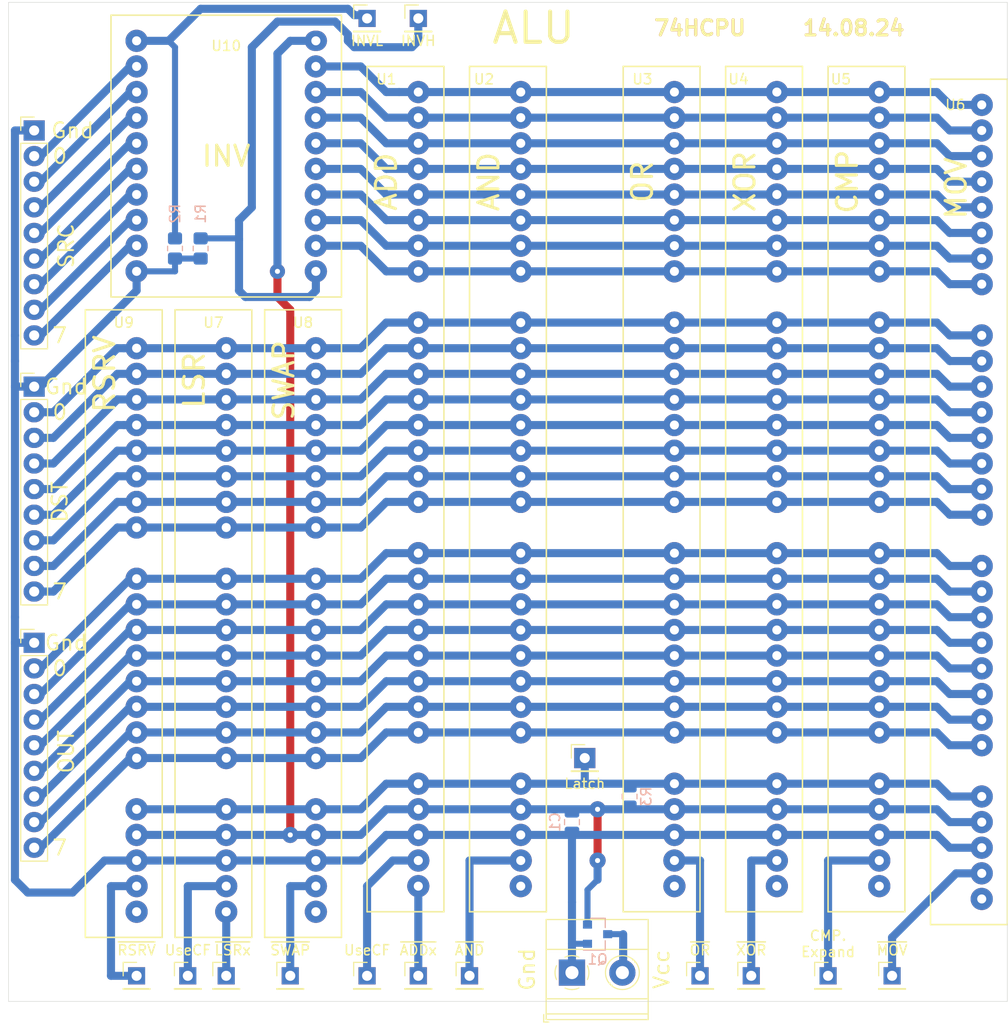
<source format=kicad_pcb>
(kicad_pcb (version 20171130) (host pcbnew "(5.1.8)-1")

  (general
    (thickness 1.6)
    (drawings 47)
    (tracks 348)
    (zones 0)
    (modules 37)
    (nets 57)
  )

  (page A4 portrait)
  (layers
    (0 F.Cu signal)
    (31 B.Cu signal)
    (32 B.Adhes user)
    (33 F.Adhes user)
    (34 B.Paste user)
    (35 F.Paste user)
    (36 B.SilkS user)
    (37 F.SilkS user)
    (38 B.Mask user)
    (39 F.Mask user)
    (40 Dwgs.User user)
    (41 Cmts.User user)
    (42 Eco1.User user)
    (43 Eco2.User user)
    (44 Edge.Cuts user)
    (45 Margin user)
    (46 B.CrtYd user)
    (47 F.CrtYd user)
    (48 B.Fab user)
    (49 F.Fab user)
  )

  (setup
    (last_trace_width 0.5)
    (user_trace_width 0.5)
    (user_trace_width 0.6)
    (user_trace_width 0.8)
    (user_trace_width 1)
    (trace_clearance 0.2)
    (zone_clearance 0.508)
    (zone_45_only no)
    (trace_min 0.2)
    (via_size 1.5)
    (via_drill 0.5)
    (via_min_size 0.4)
    (via_min_drill 0.3)
    (user_via 1.6 0.5)
    (user_via 1.8 0.9)
    (uvia_size 0.3)
    (uvia_drill 0.1)
    (uvias_allowed no)
    (uvia_min_size 0.2)
    (uvia_min_drill 0.1)
    (edge_width 0.05)
    (segment_width 0.2)
    (pcb_text_width 0.3)
    (pcb_text_size 1.5 1.5)
    (mod_edge_width 0.12)
    (mod_text_size 1 1)
    (mod_text_width 0.15)
    (pad_size 2.2 2)
    (pad_drill 0.9)
    (pad_to_mask_clearance 0)
    (aux_axis_origin 0 0)
    (visible_elements 7FFFFFFF)
    (pcbplotparams
      (layerselection 0x010f0_ffffffff)
      (usegerberextensions false)
      (usegerberattributes true)
      (usegerberadvancedattributes true)
      (creategerberjobfile false)
      (excludeedgelayer true)
      (linewidth 0.100000)
      (plotframeref false)
      (viasonmask false)
      (mode 1)
      (useauxorigin true)
      (hpglpennumber 1)
      (hpglpenspeed 20)
      (hpglpendiameter 15.000000)
      (psnegative false)
      (psa4output false)
      (plotreference true)
      (plotvalue true)
      (plotinvisibletext false)
      (padsonsilk false)
      (subtractmaskfromsilk false)
      (outputformat 1)
      (mirror false)
      (drillshape 0)
      (scaleselection 1)
      (outputdirectory "gerber/"))
  )

  (net 0 "")
  (net 1 GND)
  (net 2 /Latch)
  (net 3 VCC)
  (net 4 /O0)
  (net 5 /O1)
  (net 6 /O2)
  (net 7 /O3)
  (net 8 /O4)
  (net 9 /O5)
  (net 10 /O6)
  (net 11 /O7)
  (net 12 /~ADDx)
  (net 13 /~LSRx)
  (net 14 /B7)
  (net 15 /B6)
  (net 16 /B5)
  (net 17 /B4)
  (net 18 /B3)
  (net 19 /B2)
  (net 20 /B1)
  (net 21 /B0)
  (net 22 /A7)
  (net 23 /A6)
  (net 24 /A5)
  (net 25 /A4)
  (net 26 /A3)
  (net 27 /A2)
  (net 28 /A1)
  (net 29 /A0)
  (net 30 "Net-(U4-Pad29)")
  (net 31 /~AND)
  (net 32 /~OR)
  (net 33 "Net-(U5-Pad29)")
  (net 34 "Net-(U6-Pad29)")
  (net 35 /~XOR)
  (net 36 /~MOV)
  (net 37 /B7')
  (net 38 /B6')
  (net 39 /B5')
  (net 40 /B4')
  (net 41 /B3')
  (net 42 /B2')
  (net 43 /B1')
  (net 44 /B0')
  (net 45 /UseCF2)
  (net 46 /UseCF)
  (net 47 /CMP.Expand)
  (net 48 "Net-(U2-Pad29)")
  (net 49 "Net-(U3-Pad29)")
  (net 50 "Net-(U8-Pad21)")
  (net 51 /~SWAP)
  (net 52 "Net-(J7-Pad2)")
  (net 53 /~RSRV)
  (net 54 /INVL)
  (net 55 /INVH)
  (net 56 "Net-(U9-Pad21)")

  (net_class Default "This is the default net class."
    (clearance 0.2)
    (trace_width 0.5)
    (via_dia 1.5)
    (via_drill 0.5)
    (uvia_dia 0.3)
    (uvia_drill 0.1)
    (add_net /A0)
    (add_net /A1)
    (add_net /A2)
    (add_net /A3)
    (add_net /A4)
    (add_net /A5)
    (add_net /A6)
    (add_net /A7)
    (add_net /B0)
    (add_net /B0')
    (add_net /B1)
    (add_net /B1')
    (add_net /B2)
    (add_net /B2')
    (add_net /B3)
    (add_net /B3')
    (add_net /B4)
    (add_net /B4')
    (add_net /B5)
    (add_net /B5')
    (add_net /B6)
    (add_net /B6')
    (add_net /B7)
    (add_net /B7')
    (add_net /CMP.Expand)
    (add_net /INVH)
    (add_net /INVL)
    (add_net /Latch)
    (add_net /O0)
    (add_net /O1)
    (add_net /O2)
    (add_net /O3)
    (add_net /O4)
    (add_net /O5)
    (add_net /O6)
    (add_net /O7)
    (add_net /UseCF)
    (add_net /UseCF2)
    (add_net /~ADDx)
    (add_net /~AND)
    (add_net /~LSRx)
    (add_net /~MOV)
    (add_net /~OR)
    (add_net /~RSRV)
    (add_net /~SWAP)
    (add_net /~XOR)
    (add_net GND)
    (add_net "Net-(J7-Pad2)")
    (add_net "Net-(U2-Pad29)")
    (add_net "Net-(U3-Pad29)")
    (add_net "Net-(U4-Pad29)")
    (add_net "Net-(U5-Pad29)")
    (add_net "Net-(U6-Pad29)")
    (add_net "Net-(U8-Pad21)")
    (add_net "Net-(U9-Pad21)")
    (add_net VCC)
  )

  (module Resistor_SMD:R_0805_2012Metric_Pad1.20x1.40mm_HandSolder (layer B.Cu) (tedit 5F68FEEE) (tstamp 66A04FA4)
    (at 74.295 92.71 90)
    (descr "Resistor SMD 0805 (2012 Metric), square (rectangular) end terminal, IPC_7351 nominal with elongated pad for handsoldering. (Body size source: IPC-SM-782 page 72, https://www.pcb-3d.com/wordpress/wp-content/uploads/ipc-sm-782a_amendment_1_and_2.pdf), generated with kicad-footprint-generator")
    (tags "resistor handsolder")
    (path /66A7F916)
    (attr smd)
    (fp_text reference R3 (at 0 1.65 270) (layer B.SilkS)
      (effects (font (size 1 1) (thickness 0.15)) (justify mirror))
    )
    (fp_text value 10k (at 0 -1.65 270) (layer B.Fab)
      (effects (font (size 1 1) (thickness 0.15)) (justify mirror))
    )
    (fp_line (start 1.85 -0.95) (end -1.85 -0.95) (layer B.CrtYd) (width 0.05))
    (fp_line (start 1.85 0.95) (end 1.85 -0.95) (layer B.CrtYd) (width 0.05))
    (fp_line (start -1.85 0.95) (end 1.85 0.95) (layer B.CrtYd) (width 0.05))
    (fp_line (start -1.85 -0.95) (end -1.85 0.95) (layer B.CrtYd) (width 0.05))
    (fp_line (start -0.227064 -0.735) (end 0.227064 -0.735) (layer B.SilkS) (width 0.12))
    (fp_line (start -0.227064 0.735) (end 0.227064 0.735) (layer B.SilkS) (width 0.12))
    (fp_line (start 1 -0.625) (end -1 -0.625) (layer B.Fab) (width 0.1))
    (fp_line (start 1 0.625) (end 1 -0.625) (layer B.Fab) (width 0.1))
    (fp_line (start -1 0.625) (end 1 0.625) (layer B.Fab) (width 0.1))
    (fp_line (start -1 -0.625) (end -1 0.625) (layer B.Fab) (width 0.1))
    (fp_text user %R (at 0 0 270) (layer B.Fab)
      (effects (font (size 0.5 0.5) (thickness 0.08)) (justify mirror))
    )
    (pad 2 smd roundrect (at 1 0 90) (size 1.2 1.4) (layers B.Cu B.Paste B.Mask) (roundrect_rratio 0.208333)
      (net 2 /Latch))
    (pad 1 smd roundrect (at -1 0 90) (size 1.2 1.4) (layers B.Cu B.Paste B.Mask) (roundrect_rratio 0.208333)
      (net 3 VCC))
    (model ${KISYS3DMOD}/Resistor_SMD.3dshapes/R_0805_2012Metric.wrl
      (at (xyz 0 0 0))
      (scale (xyz 1 1 1))
      (rotate (xyz 0 0 0))
    )
  )

  (module Resistor_SMD:R_0805_2012Metric_Pad1.20x1.40mm_HandSolder (layer B.Cu) (tedit 5F68FEEE) (tstamp 66A03A7B)
    (at 29.21 38.37 270)
    (descr "Resistor SMD 0805 (2012 Metric), square (rectangular) end terminal, IPC_7351 nominal with elongated pad for handsoldering. (Body size source: IPC-SM-782 page 72, https://www.pcb-3d.com/wordpress/wp-content/uploads/ipc-sm-782a_amendment_1_and_2.pdf), generated with kicad-footprint-generator")
    (tags "resistor handsolder")
    (path /66A2B16B)
    (attr smd)
    (fp_text reference R2 (at -3.445 0 90) (layer B.SilkS)
      (effects (font (size 1 1) (thickness 0.15)) (justify mirror))
    )
    (fp_text value 10k (at 0 -1.65 90) (layer B.Fab)
      (effects (font (size 1 1) (thickness 0.15)) (justify mirror))
    )
    (fp_line (start -1 -0.625) (end -1 0.625) (layer B.Fab) (width 0.1))
    (fp_line (start -1 0.625) (end 1 0.625) (layer B.Fab) (width 0.1))
    (fp_line (start 1 0.625) (end 1 -0.625) (layer B.Fab) (width 0.1))
    (fp_line (start 1 -0.625) (end -1 -0.625) (layer B.Fab) (width 0.1))
    (fp_line (start -0.227064 0.735) (end 0.227064 0.735) (layer B.SilkS) (width 0.12))
    (fp_line (start -0.227064 -0.735) (end 0.227064 -0.735) (layer B.SilkS) (width 0.12))
    (fp_line (start -1.85 -0.95) (end -1.85 0.95) (layer B.CrtYd) (width 0.05))
    (fp_line (start -1.85 0.95) (end 1.85 0.95) (layer B.CrtYd) (width 0.05))
    (fp_line (start 1.85 0.95) (end 1.85 -0.95) (layer B.CrtYd) (width 0.05))
    (fp_line (start 1.85 -0.95) (end -1.85 -0.95) (layer B.CrtYd) (width 0.05))
    (fp_text user %R (at 0 0 90) (layer B.Fab)
      (effects (font (size 0.5 0.5) (thickness 0.08)) (justify mirror))
    )
    (pad 2 smd roundrect (at 1 0 270) (size 1.2 1.4) (layers B.Cu B.Paste B.Mask) (roundrect_rratio 0.208333)
      (net 1 GND))
    (pad 1 smd roundrect (at -1 0 270) (size 1.2 1.4) (layers B.Cu B.Paste B.Mask) (roundrect_rratio 0.208333)
      (net 54 /INVL))
    (model ${KISYS3DMOD}/Resistor_SMD.3dshapes/R_0805_2012Metric.wrl
      (at (xyz 0 0 0))
      (scale (xyz 1 1 1))
      (rotate (xyz 0 0 0))
    )
  )

  (module Resistor_SMD:R_0805_2012Metric_Pad1.20x1.40mm_HandSolder (layer B.Cu) (tedit 5F68FEEE) (tstamp 66A03A6A)
    (at 31.75 38.37 270)
    (descr "Resistor SMD 0805 (2012 Metric), square (rectangular) end terminal, IPC_7351 nominal with elongated pad for handsoldering. (Body size source: IPC-SM-782 page 72, https://www.pcb-3d.com/wordpress/wp-content/uploads/ipc-sm-782a_amendment_1_and_2.pdf), generated with kicad-footprint-generator")
    (tags "resistor handsolder")
    (path /66A146EB)
    (attr smd)
    (fp_text reference R1 (at -3.445 0 90) (layer B.SilkS)
      (effects (font (size 1 1) (thickness 0.15)) (justify mirror))
    )
    (fp_text value 10k (at 0 -1.65 90) (layer B.Fab)
      (effects (font (size 1 1) (thickness 0.15)) (justify mirror))
    )
    (fp_line (start -1 -0.625) (end -1 0.625) (layer B.Fab) (width 0.1))
    (fp_line (start -1 0.625) (end 1 0.625) (layer B.Fab) (width 0.1))
    (fp_line (start 1 0.625) (end 1 -0.625) (layer B.Fab) (width 0.1))
    (fp_line (start 1 -0.625) (end -1 -0.625) (layer B.Fab) (width 0.1))
    (fp_line (start -0.227064 0.735) (end 0.227064 0.735) (layer B.SilkS) (width 0.12))
    (fp_line (start -0.227064 -0.735) (end 0.227064 -0.735) (layer B.SilkS) (width 0.12))
    (fp_line (start -1.85 -0.95) (end -1.85 0.95) (layer B.CrtYd) (width 0.05))
    (fp_line (start -1.85 0.95) (end 1.85 0.95) (layer B.CrtYd) (width 0.05))
    (fp_line (start 1.85 0.95) (end 1.85 -0.95) (layer B.CrtYd) (width 0.05))
    (fp_line (start 1.85 -0.95) (end -1.85 -0.95) (layer B.CrtYd) (width 0.05))
    (fp_text user %R (at 0 0 90) (layer B.Fab)
      (effects (font (size 0.5 0.5) (thickness 0.08)) (justify mirror))
    )
    (pad 2 smd roundrect (at 1 0 270) (size 1.2 1.4) (layers B.Cu B.Paste B.Mask) (roundrect_rratio 0.208333)
      (net 1 GND))
    (pad 1 smd roundrect (at -1 0 270) (size 1.2 1.4) (layers B.Cu B.Paste B.Mask) (roundrect_rratio 0.208333)
      (net 55 /INVH))
    (model ${KISYS3DMOD}/Resistor_SMD.3dshapes/R_0805_2012Metric.wrl
      (at (xyz 0 0 0))
      (scale (xyz 1 1 1))
      (rotate (xyz 0 0 0))
    )
  )

  (module CommonLibrary:CMDU (layer F.Cu) (tedit 62C98181) (tstamp 669E4653)
    (at 25.4 48.26)
    (path /66B5AFB7)
    (fp_text reference U9 (at -1.27 -2.54) (layer F.SilkS)
      (effects (font (size 1 1) (thickness 0.15)))
    )
    (fp_text value CMDU (at -2.54 20.32 90) (layer F.Fab)
      (effects (font (size 1 1) (thickness 0.15)))
    )
    (fp_line (start -5.08 58.42) (end -5.08 -3.81) (layer F.SilkS) (width 0.15))
    (fp_line (start 2.54 58.42) (end -5.08 58.42) (layer F.SilkS) (width 0.15))
    (fp_line (start 2.54 -3.81) (end 2.54 58.42) (layer F.SilkS) (width 0.15))
    (fp_line (start -5.08 -3.81) (end 2.54 -3.81) (layer F.SilkS) (width 0.15))
    (pad 21 thru_hole circle (at 0 55.88) (size 2.2 2.2) (drill 0.9) (layers *.Cu *.Mask)
      (net 56 "Net-(U9-Pad21)"))
    (pad 20 thru_hole circle (at 0 53.34) (size 2.2 2.2) (drill 0.9) (layers *.Cu *.Mask)
      (net 53 /~RSRV))
    (pad 19 thru_hole circle (at 0 50.8) (size 2.2 2.2) (drill 0.9) (layers *.Cu *.Mask)
      (net 1 GND))
    (pad 18 thru_hole circle (at 0 48.26) (size 2.2 2.2) (drill 0.9) (layers *.Cu *.Mask)
      (net 3 VCC))
    (pad 17 thru_hole circle (at 0 45.72) (size 2.2 2.2) (drill 0.9) (layers *.Cu *.Mask)
      (net 2 /Latch))
    (pad 16 thru_hole circle (at 0 40.64) (size 2.2 2.2) (drill 0.9) (layers *.Cu *.Mask)
      (net 11 /O7))
    (pad 15 thru_hole circle (at 0 38.1) (size 2.2 2.2) (drill 0.9) (layers *.Cu *.Mask)
      (net 10 /O6))
    (pad 14 thru_hole circle (at 0 35.56) (size 2.2 2.2) (drill 0.9) (layers *.Cu *.Mask)
      (net 9 /O5))
    (pad 13 thru_hole circle (at 0 33.02) (size 2.2 2.2) (drill 0.9) (layers *.Cu *.Mask)
      (net 8 /O4))
    (pad 12 thru_hole circle (at 0 30.48) (size 2.2 2.2) (drill 0.9) (layers *.Cu *.Mask)
      (net 7 /O3))
    (pad 11 thru_hole circle (at 0 27.94) (size 2.2 2.2) (drill 0.9) (layers *.Cu *.Mask)
      (net 6 /O2))
    (pad 10 thru_hole circle (at 0 25.4) (size 2.2 2.2) (drill 0.9) (layers *.Cu *.Mask)
      (net 5 /O1))
    (pad 9 thru_hole circle (at 0 22.86) (size 2.2 2.2) (drill 0.9) (layers *.Cu *.Mask)
      (net 4 /O0))
    (pad 8 thru_hole circle (at 0 17.78) (size 2.2 2.2) (drill 0.9) (layers *.Cu *.Mask)
      (net 22 /A7))
    (pad 7 thru_hole circle (at 0 15.24) (size 2.2 2.2) (drill 0.9) (layers *.Cu *.Mask)
      (net 23 /A6))
    (pad 6 thru_hole circle (at 0 12.7) (size 2.2 2.2) (drill 0.9) (layers *.Cu *.Mask)
      (net 24 /A5))
    (pad 5 thru_hole circle (at 0 10.16) (size 2.2 2.2) (drill 0.9) (layers *.Cu *.Mask)
      (net 25 /A4))
    (pad 4 thru_hole circle (at 0 7.62) (size 2.2 2.2) (drill 0.9) (layers *.Cu *.Mask)
      (net 26 /A3))
    (pad 3 thru_hole circle (at 0 5.08) (size 2.2 2.2) (drill 0.9) (layers *.Cu *.Mask)
      (net 27 /A2))
    (pad 2 thru_hole circle (at 0 2.54) (size 2.2 2.2) (drill 0.9) (layers *.Cu *.Mask)
      (net 28 /A1))
    (pad 1 thru_hole circle (at 0 0) (size 2.2 2.2) (drill 0.9) (layers *.Cu *.Mask)
      (net 29 /A0))
  )

  (module Connector_PinHeader_2.54mm:PinHeader_1x01_P2.54mm_Vertical (layer F.Cu) (tedit 59FED5CC) (tstamp 669E42D6)
    (at 53.34 15.5575)
    (descr "Through hole straight pin header, 1x01, 2.54mm pitch, single row")
    (tags "Through hole pin header THT 1x01 2.54mm single row")
    (path /66C84B61)
    (fp_text reference J14 (at 3.175 -0.3175) (layer F.SilkS) hide
      (effects (font (size 1 1) (thickness 0.15)))
    )
    (fp_text value Conn_01x01_Male (at 0 2.33) (layer F.Fab)
      (effects (font (size 1 1) (thickness 0.15)))
    )
    (fp_line (start 1.8 -1.8) (end -1.8 -1.8) (layer F.CrtYd) (width 0.05))
    (fp_line (start 1.8 1.8) (end 1.8 -1.8) (layer F.CrtYd) (width 0.05))
    (fp_line (start -1.8 1.8) (end 1.8 1.8) (layer F.CrtYd) (width 0.05))
    (fp_line (start -1.8 -1.8) (end -1.8 1.8) (layer F.CrtYd) (width 0.05))
    (fp_line (start -1.33 -1.33) (end 0 -1.33) (layer F.SilkS) (width 0.12))
    (fp_line (start -1.33 0) (end -1.33 -1.33) (layer F.SilkS) (width 0.12))
    (fp_line (start -1.33 1.27) (end 1.33 1.27) (layer F.SilkS) (width 0.12))
    (fp_line (start 1.33 1.27) (end 1.33 1.33) (layer F.SilkS) (width 0.12))
    (fp_line (start -1.33 1.27) (end -1.33 1.33) (layer F.SilkS) (width 0.12))
    (fp_line (start -1.33 1.33) (end 1.33 1.33) (layer F.SilkS) (width 0.12))
    (fp_line (start -1.27 -0.635) (end -0.635 -1.27) (layer F.Fab) (width 0.1))
    (fp_line (start -1.27 1.27) (end -1.27 -0.635) (layer F.Fab) (width 0.1))
    (fp_line (start 1.27 1.27) (end -1.27 1.27) (layer F.Fab) (width 0.1))
    (fp_line (start 1.27 -1.27) (end 1.27 1.27) (layer F.Fab) (width 0.1))
    (fp_line (start -0.635 -1.27) (end 1.27 -1.27) (layer F.Fab) (width 0.1))
    (fp_text user %R (at 0 0 90) (layer F.Fab)
      (effects (font (size 1 1) (thickness 0.15)))
    )
    (pad 1 thru_hole rect (at 0 0) (size 1.7 1.7) (drill 1) (layers *.Cu *.Mask)
      (net 55 /INVH))
    (model ${KISYS3DMOD}/Connector_PinHeader_2.54mm.3dshapes/PinHeader_1x01_P2.54mm_Vertical.wrl
      (at (xyz 0 0 0))
      (scale (xyz 1 1 1))
      (rotate (xyz 0 0 0))
    )
  )

  (module Connector_PinHeader_2.54mm:PinHeader_1x01_P2.54mm_Vertical (layer F.Cu) (tedit 59FED5CC) (tstamp 669E42C1)
    (at 48.26 15.5575)
    (descr "Through hole straight pin header, 1x01, 2.54mm pitch, single row")
    (tags "Through hole pin header THT 1x01 2.54mm single row")
    (path /66C8330E)
    (fp_text reference J13 (at 3.175 -0.635) (layer F.SilkS) hide
      (effects (font (size 1 1) (thickness 0.15)))
    )
    (fp_text value Conn_01x01_Male (at 0 2.33) (layer F.Fab)
      (effects (font (size 1 1) (thickness 0.15)))
    )
    (fp_line (start 1.8 -1.8) (end -1.8 -1.8) (layer F.CrtYd) (width 0.05))
    (fp_line (start 1.8 1.8) (end 1.8 -1.8) (layer F.CrtYd) (width 0.05))
    (fp_line (start -1.8 1.8) (end 1.8 1.8) (layer F.CrtYd) (width 0.05))
    (fp_line (start -1.8 -1.8) (end -1.8 1.8) (layer F.CrtYd) (width 0.05))
    (fp_line (start -1.33 -1.33) (end 0 -1.33) (layer F.SilkS) (width 0.12))
    (fp_line (start -1.33 0) (end -1.33 -1.33) (layer F.SilkS) (width 0.12))
    (fp_line (start -1.33 1.27) (end 1.33 1.27) (layer F.SilkS) (width 0.12))
    (fp_line (start 1.33 1.27) (end 1.33 1.33) (layer F.SilkS) (width 0.12))
    (fp_line (start -1.33 1.27) (end -1.33 1.33) (layer F.SilkS) (width 0.12))
    (fp_line (start -1.33 1.33) (end 1.33 1.33) (layer F.SilkS) (width 0.12))
    (fp_line (start -1.27 -0.635) (end -0.635 -1.27) (layer F.Fab) (width 0.1))
    (fp_line (start -1.27 1.27) (end -1.27 -0.635) (layer F.Fab) (width 0.1))
    (fp_line (start 1.27 1.27) (end -1.27 1.27) (layer F.Fab) (width 0.1))
    (fp_line (start 1.27 -1.27) (end 1.27 1.27) (layer F.Fab) (width 0.1))
    (fp_line (start -0.635 -1.27) (end 1.27 -1.27) (layer F.Fab) (width 0.1))
    (fp_text user %R (at 0 0 90) (layer F.Fab)
      (effects (font (size 1 1) (thickness 0.15)))
    )
    (pad 1 thru_hole rect (at 0 0) (size 1.7 1.7) (drill 1) (layers *.Cu *.Mask)
      (net 54 /INVL))
    (model ${KISYS3DMOD}/Connector_PinHeader_2.54mm.3dshapes/PinHeader_1x01_P2.54mm_Vertical.wrl
      (at (xyz 0 0 0))
      (scale (xyz 1 1 1))
      (rotate (xyz 0 0 0))
    )
  )

  (module Connector_PinHeader_2.54mm:PinHeader_1x01_P2.54mm_Vertical (layer F.Cu) (tedit 59FED5CC) (tstamp 669E42AC)
    (at 25.4 110.49)
    (descr "Through hole straight pin header, 1x01, 2.54mm pitch, single row")
    (tags "Through hole pin header THT 1x01 2.54mm single row")
    (path /66B5AFBE)
    (fp_text reference J12 (at 0 -2.33) (layer F.SilkS) hide
      (effects (font (size 1 1) (thickness 0.15)))
    )
    (fp_text value Conn_01x01_Male (at 0 2.33) (layer F.Fab)
      (effects (font (size 1 1) (thickness 0.15)))
    )
    (fp_line (start 1.8 -1.8) (end -1.8 -1.8) (layer F.CrtYd) (width 0.05))
    (fp_line (start 1.8 1.8) (end 1.8 -1.8) (layer F.CrtYd) (width 0.05))
    (fp_line (start -1.8 1.8) (end 1.8 1.8) (layer F.CrtYd) (width 0.05))
    (fp_line (start -1.8 -1.8) (end -1.8 1.8) (layer F.CrtYd) (width 0.05))
    (fp_line (start -1.33 -1.33) (end 0 -1.33) (layer F.SilkS) (width 0.12))
    (fp_line (start -1.33 0) (end -1.33 -1.33) (layer F.SilkS) (width 0.12))
    (fp_line (start -1.33 1.27) (end 1.33 1.27) (layer F.SilkS) (width 0.12))
    (fp_line (start 1.33 1.27) (end 1.33 1.33) (layer F.SilkS) (width 0.12))
    (fp_line (start -1.33 1.27) (end -1.33 1.33) (layer F.SilkS) (width 0.12))
    (fp_line (start -1.33 1.33) (end 1.33 1.33) (layer F.SilkS) (width 0.12))
    (fp_line (start -1.27 -0.635) (end -0.635 -1.27) (layer F.Fab) (width 0.1))
    (fp_line (start -1.27 1.27) (end -1.27 -0.635) (layer F.Fab) (width 0.1))
    (fp_line (start 1.27 1.27) (end -1.27 1.27) (layer F.Fab) (width 0.1))
    (fp_line (start 1.27 -1.27) (end 1.27 1.27) (layer F.Fab) (width 0.1))
    (fp_line (start -0.635 -1.27) (end 1.27 -1.27) (layer F.Fab) (width 0.1))
    (fp_text user %R (at 0 0 90) (layer F.Fab)
      (effects (font (size 1 1) (thickness 0.15)))
    )
    (pad 1 thru_hole rect (at 0 0) (size 1.7 1.7) (drill 1) (layers *.Cu *.Mask)
      (net 53 /~RSRV))
    (model ${KISYS3DMOD}/Connector_PinHeader_2.54mm.3dshapes/PinHeader_1x01_P2.54mm_Vertical.wrl
      (at (xyz 0 0 0))
      (scale (xyz 1 1 1))
      (rotate (xyz 0 0 0))
    )
  )

  (module CommonLibrary:INV-B (layer F.Cu) (tedit 66A022A6) (tstamp 669DB9A1)
    (at 25.4 17.78)
    (path /66A0D5F4)
    (fp_text reference U10 (at 8.89 0.5) (layer F.SilkS)
      (effects (font (size 1 1) (thickness 0.15)))
    )
    (fp_text value INV-BB (at 5.08 -0.5) (layer F.Fab)
      (effects (font (size 1 1) (thickness 0.15)))
    )
    (fp_line (start -2.54 25.4) (end -2.54 -2.54) (layer F.SilkS) (width 0.15))
    (fp_line (start 20.32 25.4) (end -2.54 25.4) (layer F.SilkS) (width 0.15))
    (fp_line (start 20.32 -2.54) (end 20.32 25.4) (layer F.SilkS) (width 0.15))
    (fp_line (start -2.54 -2.54) (end 20.32 -2.54) (layer F.SilkS) (width 0.15))
    (pad 20 thru_hole oval (at 17.78 0) (size 2.2 2) (drill 0.9) (layers *.Cu *.Mask)
      (net 3 VCC))
    (pad 19 thru_hole circle (at 17.78 2.54) (size 2.2 2.2) (drill 0.9) (layers *.Cu *.Mask)
      (net 21 /B0))
    (pad 18 thru_hole circle (at 17.78 5.08) (size 2.2 2.2) (drill 0.9) (layers *.Cu *.Mask)
      (net 20 /B1))
    (pad 17 thru_hole circle (at 17.78 7.62) (size 2.2 2.2) (drill 0.9) (layers *.Cu *.Mask)
      (net 19 /B2))
    (pad 16 thru_hole circle (at 17.78 10.16) (size 2.2 2.2) (drill 0.9) (layers *.Cu *.Mask)
      (net 18 /B3))
    (pad 15 thru_hole circle (at 17.78 12.7) (size 2.2 2.2) (drill 0.9) (layers *.Cu *.Mask)
      (net 17 /B4))
    (pad 14 thru_hole circle (at 17.78 15.24) (size 2.2 2.2) (drill 0.9) (layers *.Cu *.Mask)
      (net 16 /B5))
    (pad 13 thru_hole circle (at 17.78 17.78) (size 2.2 2.2) (drill 0.9) (layers *.Cu *.Mask)
      (net 15 /B6))
    (pad 12 thru_hole circle (at 17.78 20.32) (size 2.2 2.2) (drill 0.9) (layers *.Cu *.Mask)
      (net 14 /B7))
    (pad 11 thru_hole circle (at 17.78 22.86) (size 2.2 2.2) (drill 0.9) (layers *.Cu *.Mask)
      (net 55 /INVH))
    (pad 10 thru_hole circle (at 0 22.86) (size 2.2 2.2) (drill 0.9) (layers *.Cu *.Mask)
      (net 1 GND))
    (pad 9 thru_hole circle (at 0 20.32) (size 2.2 2.2) (drill 0.9) (layers *.Cu *.Mask)
      (net 37 /B7'))
    (pad 8 thru_hole circle (at 0 17.78) (size 2.2 2.2) (drill 0.9) (layers *.Cu *.Mask)
      (net 38 /B6'))
    (pad 7 thru_hole circle (at 0 15.24) (size 2.2 2.2) (drill 0.9) (layers *.Cu *.Mask)
      (net 39 /B5'))
    (pad 6 thru_hole circle (at 0 12.7) (size 2.2 2.2) (drill 0.9) (layers *.Cu *.Mask)
      (net 40 /B4'))
    (pad 5 thru_hole circle (at 0 10.16) (size 2.2 2.2) (drill 0.9) (layers *.Cu *.Mask)
      (net 41 /B3'))
    (pad 4 thru_hole circle (at 0 7.62) (size 2.2 2.2) (drill 0.9) (layers *.Cu *.Mask)
      (net 42 /B2'))
    (pad 3 thru_hole circle (at 0 5.08) (size 2.2 2.2) (drill 0.9) (layers *.Cu *.Mask)
      (net 43 /B1'))
    (pad 2 thru_hole circle (at 0 2.54) (size 2.2 2.2) (drill 0.9) (layers *.Cu *.Mask)
      (net 44 /B0'))
    (pad 1 thru_hole circle (at 0 0) (size 2.2 2.2) (drill 0.9) (layers *.Cu *.Mask)
      (net 54 /INVL))
  )

  (module Package_TO_SOT_SMD:SOT-23 (layer B.Cu) (tedit 5A02FF57) (tstamp 64C097FD)
    (at 71.12 106.3625)
    (descr "SOT-23, Standard")
    (tags SOT-23)
    (path /64C17C52)
    (attr smd)
    (fp_text reference Q1 (at 0 2.5) (layer B.SilkS)
      (effects (font (size 1 1) (thickness 0.15)) (justify mirror))
    )
    (fp_text value IRLML5203 (at 0 -2.5) (layer B.Fab)
      (effects (font (size 1 1) (thickness 0.15)) (justify mirror))
    )
    (fp_line (start -0.7 0.95) (end -0.7 -1.5) (layer B.Fab) (width 0.1))
    (fp_line (start -0.15 1.52) (end 0.7 1.52) (layer B.Fab) (width 0.1))
    (fp_line (start -0.7 0.95) (end -0.15 1.52) (layer B.Fab) (width 0.1))
    (fp_line (start 0.7 1.52) (end 0.7 -1.52) (layer B.Fab) (width 0.1))
    (fp_line (start -0.7 -1.52) (end 0.7 -1.52) (layer B.Fab) (width 0.1))
    (fp_line (start 0.76 -1.58) (end 0.76 -0.65) (layer B.SilkS) (width 0.12))
    (fp_line (start 0.76 1.58) (end 0.76 0.65) (layer B.SilkS) (width 0.12))
    (fp_line (start -1.7 1.75) (end 1.7 1.75) (layer B.CrtYd) (width 0.05))
    (fp_line (start 1.7 1.75) (end 1.7 -1.75) (layer B.CrtYd) (width 0.05))
    (fp_line (start 1.7 -1.75) (end -1.7 -1.75) (layer B.CrtYd) (width 0.05))
    (fp_line (start -1.7 -1.75) (end -1.7 1.75) (layer B.CrtYd) (width 0.05))
    (fp_line (start 0.76 1.58) (end -1.4 1.58) (layer B.SilkS) (width 0.12))
    (fp_line (start 0.76 -1.58) (end -0.7 -1.58) (layer B.SilkS) (width 0.12))
    (fp_text user %R (at 0 0 270) (layer B.Fab)
      (effects (font (size 0.5 0.5) (thickness 0.075)) (justify mirror))
    )
    (pad 3 smd rect (at 1 0) (size 0.9 0.8) (layers B.Cu B.Paste B.Mask)
      (net 52 "Net-(J7-Pad2)"))
    (pad 2 smd rect (at -1 -0.95) (size 0.9 0.8) (layers B.Cu B.Paste B.Mask)
      (net 3 VCC))
    (pad 1 smd rect (at -1 0.95) (size 0.9 0.8) (layers B.Cu B.Paste B.Mask)
      (net 1 GND))
    (model ${KISYS3DMOD}/Package_TO_SOT_SMD.3dshapes/SOT-23.wrl
      (at (xyz 0 0 0))
      (scale (xyz 1 1 1))
      (rotate (xyz 0 0 0))
    )
  )

  (module Connector_PinHeader_2.54mm:PinHeader_1x01_P2.54mm_Vertical (layer F.Cu) (tedit 59FED5CC) (tstamp 644CB7B7)
    (at 40.64 110.49)
    (descr "Through hole straight pin header, 1x01, 2.54mm pitch, single row")
    (tags "Through hole pin header THT 1x01 2.54mm single row")
    (path /645D881A)
    (fp_text reference J11 (at 0 -2.33) (layer F.SilkS) hide
      (effects (font (size 1 1) (thickness 0.15)))
    )
    (fp_text value Conn_01x01_Male (at 0 2.33) (layer F.Fab)
      (effects (font (size 1 1) (thickness 0.15)))
    )
    (fp_line (start -0.635 -1.27) (end 1.27 -1.27) (layer F.Fab) (width 0.1))
    (fp_line (start 1.27 -1.27) (end 1.27 1.27) (layer F.Fab) (width 0.1))
    (fp_line (start 1.27 1.27) (end -1.27 1.27) (layer F.Fab) (width 0.1))
    (fp_line (start -1.27 1.27) (end -1.27 -0.635) (layer F.Fab) (width 0.1))
    (fp_line (start -1.27 -0.635) (end -0.635 -1.27) (layer F.Fab) (width 0.1))
    (fp_line (start -1.33 1.33) (end 1.33 1.33) (layer F.SilkS) (width 0.12))
    (fp_line (start -1.33 1.27) (end -1.33 1.33) (layer F.SilkS) (width 0.12))
    (fp_line (start 1.33 1.27) (end 1.33 1.33) (layer F.SilkS) (width 0.12))
    (fp_line (start -1.33 1.27) (end 1.33 1.27) (layer F.SilkS) (width 0.12))
    (fp_line (start -1.33 0) (end -1.33 -1.33) (layer F.SilkS) (width 0.12))
    (fp_line (start -1.33 -1.33) (end 0 -1.33) (layer F.SilkS) (width 0.12))
    (fp_line (start -1.8 -1.8) (end -1.8 1.8) (layer F.CrtYd) (width 0.05))
    (fp_line (start -1.8 1.8) (end 1.8 1.8) (layer F.CrtYd) (width 0.05))
    (fp_line (start 1.8 1.8) (end 1.8 -1.8) (layer F.CrtYd) (width 0.05))
    (fp_line (start 1.8 -1.8) (end -1.8 -1.8) (layer F.CrtYd) (width 0.05))
    (fp_text user %R (at 0 0 90) (layer F.Fab)
      (effects (font (size 1 1) (thickness 0.15)))
    )
    (pad 1 thru_hole rect (at 0 0) (size 1.7 1.7) (drill 1) (layers *.Cu *.Mask)
      (net 51 /~SWAP))
    (model ${KISYS3DMOD}/Connector_PinHeader_2.54mm.3dshapes/PinHeader_1x01_P2.54mm_Vertical.wrl
      (at (xyz 0 0 0))
      (scale (xyz 1 1 1))
      (rotate (xyz 0 0 0))
    )
  )

  (module CommonLibrary:CMDU (layer F.Cu) (tedit 62C98181) (tstamp 644C5A2E)
    (at 43.18 48.26)
    (path /6498F460)
    (fp_text reference U8 (at -1.27 -2.54) (layer F.SilkS)
      (effects (font (size 1 1) (thickness 0.15)))
    )
    (fp_text value CMDU (at -2.54 20.32 90) (layer F.Fab)
      (effects (font (size 1 1) (thickness 0.15)))
    )
    (fp_line (start -5.08 58.42) (end -5.08 -3.81) (layer F.SilkS) (width 0.15))
    (fp_line (start 2.54 58.42) (end -5.08 58.42) (layer F.SilkS) (width 0.15))
    (fp_line (start 2.54 -3.81) (end 2.54 58.42) (layer F.SilkS) (width 0.15))
    (fp_line (start -5.08 -3.81) (end 2.54 -3.81) (layer F.SilkS) (width 0.15))
    (pad 21 thru_hole circle (at 0 55.88) (size 2.2 2.2) (drill 0.9) (layers *.Cu *.Mask)
      (net 50 "Net-(U8-Pad21)"))
    (pad 20 thru_hole circle (at 0 53.34) (size 2.2 2.2) (drill 0.9) (layers *.Cu *.Mask)
      (net 51 /~SWAP))
    (pad 19 thru_hole circle (at 0 50.8) (size 2.2 2.2) (drill 0.9) (layers *.Cu *.Mask)
      (net 1 GND))
    (pad 18 thru_hole circle (at 0 48.26) (size 2.2 2.2) (drill 0.9) (layers *.Cu *.Mask)
      (net 3 VCC))
    (pad 17 thru_hole circle (at 0 45.72) (size 2.2 2.2) (drill 0.9) (layers *.Cu *.Mask)
      (net 2 /Latch))
    (pad 16 thru_hole circle (at 0 40.64) (size 2.2 2.2) (drill 0.9) (layers *.Cu *.Mask)
      (net 11 /O7))
    (pad 15 thru_hole circle (at 0 38.1) (size 2.2 2.2) (drill 0.9) (layers *.Cu *.Mask)
      (net 10 /O6))
    (pad 14 thru_hole circle (at 0 35.56) (size 2.2 2.2) (drill 0.9) (layers *.Cu *.Mask)
      (net 9 /O5))
    (pad 13 thru_hole circle (at 0 33.02) (size 2.2 2.2) (drill 0.9) (layers *.Cu *.Mask)
      (net 8 /O4))
    (pad 12 thru_hole circle (at 0 30.48) (size 2.2 2.2) (drill 0.9) (layers *.Cu *.Mask)
      (net 7 /O3))
    (pad 11 thru_hole circle (at 0 27.94) (size 2.2 2.2) (drill 0.9) (layers *.Cu *.Mask)
      (net 6 /O2))
    (pad 10 thru_hole circle (at 0 25.4) (size 2.2 2.2) (drill 0.9) (layers *.Cu *.Mask)
      (net 5 /O1))
    (pad 9 thru_hole circle (at 0 22.86) (size 2.2 2.2) (drill 0.9) (layers *.Cu *.Mask)
      (net 4 /O0))
    (pad 8 thru_hole circle (at 0 17.78) (size 2.2 2.2) (drill 0.9) (layers *.Cu *.Mask)
      (net 22 /A7))
    (pad 7 thru_hole circle (at 0 15.24) (size 2.2 2.2) (drill 0.9) (layers *.Cu *.Mask)
      (net 23 /A6))
    (pad 6 thru_hole circle (at 0 12.7) (size 2.2 2.2) (drill 0.9) (layers *.Cu *.Mask)
      (net 24 /A5))
    (pad 5 thru_hole circle (at 0 10.16) (size 2.2 2.2) (drill 0.9) (layers *.Cu *.Mask)
      (net 25 /A4))
    (pad 4 thru_hole circle (at 0 7.62) (size 2.2 2.2) (drill 0.9) (layers *.Cu *.Mask)
      (net 26 /A3))
    (pad 3 thru_hole circle (at 0 5.08) (size 2.2 2.2) (drill 0.9) (layers *.Cu *.Mask)
      (net 27 /A2))
    (pad 2 thru_hole circle (at 0 2.54) (size 2.2 2.2) (drill 0.9) (layers *.Cu *.Mask)
      (net 28 /A1))
    (pad 1 thru_hole circle (at 0 0) (size 2.2 2.2) (drill 0.9) (layers *.Cu *.Mask)
      (net 29 /A0))
  )

  (module Connector_PinHeader_2.54mm:PinHeader_1x01_P2.54mm_Vertical (layer F.Cu) (tedit 59FED5CC) (tstamp 644C586D)
    (at 30.48 110.49)
    (descr "Through hole straight pin header, 1x01, 2.54mm pitch, single row")
    (tags "Through hole pin header THT 1x01 2.54mm single row")
    (path /6462190C)
    (fp_text reference J6 (at 0 -2.33) (layer F.SilkS) hide
      (effects (font (size 1 1) (thickness 0.15)))
    )
    (fp_text value Conn_01x01_Male (at 0 2.33) (layer F.Fab)
      (effects (font (size 1 1) (thickness 0.15)))
    )
    (fp_line (start 1.8 -1.8) (end -1.8 -1.8) (layer F.CrtYd) (width 0.05))
    (fp_line (start 1.8 1.8) (end 1.8 -1.8) (layer F.CrtYd) (width 0.05))
    (fp_line (start -1.8 1.8) (end 1.8 1.8) (layer F.CrtYd) (width 0.05))
    (fp_line (start -1.8 -1.8) (end -1.8 1.8) (layer F.CrtYd) (width 0.05))
    (fp_line (start -1.33 -1.33) (end 0 -1.33) (layer F.SilkS) (width 0.12))
    (fp_line (start -1.33 0) (end -1.33 -1.33) (layer F.SilkS) (width 0.12))
    (fp_line (start -1.33 1.27) (end 1.33 1.27) (layer F.SilkS) (width 0.12))
    (fp_line (start 1.33 1.27) (end 1.33 1.33) (layer F.SilkS) (width 0.12))
    (fp_line (start -1.33 1.27) (end -1.33 1.33) (layer F.SilkS) (width 0.12))
    (fp_line (start -1.33 1.33) (end 1.33 1.33) (layer F.SilkS) (width 0.12))
    (fp_line (start -1.27 -0.635) (end -0.635 -1.27) (layer F.Fab) (width 0.1))
    (fp_line (start -1.27 1.27) (end -1.27 -0.635) (layer F.Fab) (width 0.1))
    (fp_line (start 1.27 1.27) (end -1.27 1.27) (layer F.Fab) (width 0.1))
    (fp_line (start 1.27 -1.27) (end 1.27 1.27) (layer F.Fab) (width 0.1))
    (fp_line (start -0.635 -1.27) (end 1.27 -1.27) (layer F.Fab) (width 0.1))
    (fp_text user %R (at 0 0 90) (layer F.Fab)
      (effects (font (size 1 1) (thickness 0.15)))
    )
    (pad 1 thru_hole rect (at 0 0) (size 1.7 1.7) (drill 1) (layers *.Cu *.Mask)
      (net 45 /UseCF2))
    (model ${KISYS3DMOD}/Connector_PinHeader_2.54mm.3dshapes/PinHeader_1x01_P2.54mm_Vertical.wrl
      (at (xyz 0 0 0))
      (scale (xyz 1 1 1))
      (rotate (xyz 0 0 0))
    )
  )

  (module Connector_PinHeader_2.54mm:PinHeader_1x01_P2.54mm_Vertical (layer F.Cu) (tedit 59FED5CC) (tstamp 644C5858)
    (at 34.29 110.49)
    (descr "Through hole straight pin header, 1x01, 2.54mm pitch, single row")
    (tags "Through hole pin header THT 1x01 2.54mm single row")
    (path /64621906)
    (fp_text reference J5 (at 0 -2.33) (layer F.SilkS) hide
      (effects (font (size 1 1) (thickness 0.15)))
    )
    (fp_text value Conn_01x01_Male (at 0 2.33) (layer F.Fab)
      (effects (font (size 1 1) (thickness 0.15)))
    )
    (fp_line (start 1.8 -1.8) (end -1.8 -1.8) (layer F.CrtYd) (width 0.05))
    (fp_line (start 1.8 1.8) (end 1.8 -1.8) (layer F.CrtYd) (width 0.05))
    (fp_line (start -1.8 1.8) (end 1.8 1.8) (layer F.CrtYd) (width 0.05))
    (fp_line (start -1.8 -1.8) (end -1.8 1.8) (layer F.CrtYd) (width 0.05))
    (fp_line (start -1.33 -1.33) (end 0 -1.33) (layer F.SilkS) (width 0.12))
    (fp_line (start -1.33 0) (end -1.33 -1.33) (layer F.SilkS) (width 0.12))
    (fp_line (start -1.33 1.27) (end 1.33 1.27) (layer F.SilkS) (width 0.12))
    (fp_line (start 1.33 1.27) (end 1.33 1.33) (layer F.SilkS) (width 0.12))
    (fp_line (start -1.33 1.27) (end -1.33 1.33) (layer F.SilkS) (width 0.12))
    (fp_line (start -1.33 1.33) (end 1.33 1.33) (layer F.SilkS) (width 0.12))
    (fp_line (start -1.27 -0.635) (end -0.635 -1.27) (layer F.Fab) (width 0.1))
    (fp_line (start -1.27 1.27) (end -1.27 -0.635) (layer F.Fab) (width 0.1))
    (fp_line (start 1.27 1.27) (end -1.27 1.27) (layer F.Fab) (width 0.1))
    (fp_line (start 1.27 -1.27) (end 1.27 1.27) (layer F.Fab) (width 0.1))
    (fp_line (start -0.635 -1.27) (end 1.27 -1.27) (layer F.Fab) (width 0.1))
    (fp_text user %R (at 0 0 90) (layer F.Fab)
      (effects (font (size 1 1) (thickness 0.15)))
    )
    (pad 1 thru_hole rect (at 0 0) (size 1.7 1.7) (drill 1) (layers *.Cu *.Mask)
      (net 13 /~LSRx))
    (model ${KISYS3DMOD}/Connector_PinHeader_2.54mm.3dshapes/PinHeader_1x01_P2.54mm_Vertical.wrl
      (at (xyz 0 0 0))
      (scale (xyz 1 1 1))
      (rotate (xyz 0 0 0))
    )
  )

  (module CommonLibrary:CMD (layer F.Cu) (tedit 6210F882) (tstamp 669DE34B)
    (at 99.06 22.86)
    (path /62124F18)
    (fp_text reference U5 (at -3.81 -1.27) (layer F.SilkS)
      (effects (font (size 1 1) (thickness 0.15)))
    )
    (fp_text value CMD (at -2.54 -1.27) (layer F.Fab)
      (effects (font (size 1 1) (thickness 0.15)))
    )
    (fp_line (start -5.08 -2.54) (end 2.54 -2.54) (layer F.SilkS) (width 0.15))
    (fp_line (start 2.54 -2.54) (end 2.54 81.28) (layer F.SilkS) (width 0.15))
    (fp_line (start 2.54 81.28) (end -5.08 81.28) (layer F.SilkS) (width 0.15))
    (fp_line (start -5.08 81.28) (end -5.08 -2.54) (layer F.SilkS) (width 0.15))
    (pad 29 thru_hole circle (at 0 78.74) (size 2.2 2.2) (drill 0.9) (layers *.Cu *.Mask)
      (net 33 "Net-(U5-Pad29)"))
    (pad 28 thru_hole circle (at 0 76.2) (size 2.2 2.2) (drill 0.9) (layers *.Cu *.Mask)
      (net 47 /CMP.Expand))
    (pad 27 thru_hole circle (at 0 73.66) (size 2.2 2.2) (drill 0.9) (layers *.Cu *.Mask)
      (net 1 GND))
    (pad 26 thru_hole circle (at 0 71.12) (size 2.2 2.2) (drill 0.9) (layers *.Cu *.Mask)
      (net 3 VCC))
    (pad 25 thru_hole circle (at 0 68.58) (size 2.2 2.2) (drill 0.9) (layers *.Cu *.Mask)
      (net 2 /Latch))
    (pad 24 thru_hole circle (at 0 63.5) (size 2.2 2.2) (drill 0.9) (layers *.Cu *.Mask)
      (net 11 /O7))
    (pad 23 thru_hole circle (at 0 60.96) (size 2.2 2.2) (drill 0.9) (layers *.Cu *.Mask)
      (net 10 /O6))
    (pad 22 thru_hole circle (at 0 58.42) (size 2.2 2.2) (drill 0.9) (layers *.Cu *.Mask)
      (net 9 /O5))
    (pad 21 thru_hole circle (at 0 55.88) (size 2.2 2.2) (drill 0.9) (layers *.Cu *.Mask)
      (net 8 /O4))
    (pad 20 thru_hole circle (at 0 53.34) (size 2.2 2.2) (drill 0.9) (layers *.Cu *.Mask)
      (net 7 /O3))
    (pad 19 thru_hole circle (at 0 50.8) (size 2.2 2.2) (drill 0.9) (layers *.Cu *.Mask)
      (net 6 /O2))
    (pad 18 thru_hole circle (at 0 48.26) (size 2.2 2.2) (drill 0.9) (layers *.Cu *.Mask)
      (net 5 /O1))
    (pad 17 thru_hole circle (at 0 45.72) (size 2.2 2.2) (drill 0.9) (layers *.Cu *.Mask)
      (net 4 /O0))
    (pad 16 thru_hole circle (at 0 40.64) (size 2.2 2.2) (drill 0.9) (layers *.Cu *.Mask)
      (net 22 /A7))
    (pad 15 thru_hole circle (at 0 38.1) (size 2.2 2.2) (drill 0.9) (layers *.Cu *.Mask)
      (net 23 /A6))
    (pad 14 thru_hole circle (at 0 35.56) (size 2.2 2.2) (drill 0.9) (layers *.Cu *.Mask)
      (net 24 /A5))
    (pad 13 thru_hole circle (at 0 33.02) (size 2.2 2.2) (drill 0.9) (layers *.Cu *.Mask)
      (net 25 /A4))
    (pad 12 thru_hole circle (at 0 30.48) (size 2.2 2.2) (drill 0.9) (layers *.Cu *.Mask)
      (net 26 /A3))
    (pad 11 thru_hole circle (at 0 27.94) (size 2.2 2.2) (drill 0.9) (layers *.Cu *.Mask)
      (net 27 /A2))
    (pad 10 thru_hole circle (at 0 25.4) (size 2.2 2.2) (drill 0.9) (layers *.Cu *.Mask)
      (net 28 /A1))
    (pad 9 thru_hole circle (at 0 22.86) (size 2.2 2.2) (drill 0.9) (layers *.Cu *.Mask)
      (net 29 /A0))
    (pad 8 thru_hole circle (at 0 17.78) (size 2.2 2.2) (drill 0.9) (layers *.Cu *.Mask)
      (net 14 /B7))
    (pad 7 thru_hole circle (at 0 15.24) (size 2.2 2.2) (drill 0.9) (layers *.Cu *.Mask)
      (net 15 /B6))
    (pad 6 thru_hole circle (at 0 12.7) (size 2.2 2.2) (drill 0.9) (layers *.Cu *.Mask)
      (net 16 /B5))
    (pad 5 thru_hole circle (at 0 10.16) (size 2.2 2.2) (drill 0.9) (layers *.Cu *.Mask)
      (net 17 /B4))
    (pad 4 thru_hole circle (at 0 7.62) (size 2.2 2.2) (drill 0.9) (layers *.Cu *.Mask)
      (net 18 /B3))
    (pad 3 thru_hole circle (at 0 5.08) (size 2.2 2.2) (drill 0.9) (layers *.Cu *.Mask)
      (net 19 /B2))
    (pad 2 thru_hole circle (at 0 2.54) (size 2.2 2.2) (drill 0.9) (layers *.Cu *.Mask)
      (net 20 /B1))
    (pad 1 thru_hole circle (at 0 0) (size 2.2 2.2) (drill 0.9) (layers *.Cu *.Mask)
      (net 21 /B0))
  )

  (module MountingHole:MountingHole_3.2mm_M3 (layer F.Cu) (tedit 56D1B4CB) (tstamp 629C4C96)
    (at 106.68 107.95)
    (descr "Mounting Hole 3.2mm, no annular, M3")
    (tags "mounting hole 3.2mm no annular m3")
    (path /623D2F8A)
    (attr virtual)
    (fp_text reference H1 (at 0 -4.2) (layer F.SilkS) hide
      (effects (font (size 1 1) (thickness 0.15)))
    )
    (fp_text value MountingHole (at -1.905 4.2) (layer F.Fab)
      (effects (font (size 1 1) (thickness 0.15)))
    )
    (fp_circle (center 0 0) (end 3.2 0) (layer Cmts.User) (width 0.15))
    (fp_circle (center 0 0) (end 3.45 0) (layer F.CrtYd) (width 0.05))
    (fp_text user %R (at 0.3 0) (layer F.Fab)
      (effects (font (size 1 1) (thickness 0.15)))
    )
    (pad 1 np_thru_hole circle (at 0 0) (size 3.2 3.2) (drill 3.2) (layers *.Cu *.Mask))
  )

  (module MountingHole:MountingHole_3.2mm_M3 (layer F.Cu) (tedit 56D1B4CB) (tstamp 629C4C9E)
    (at 17.78 107.95)
    (descr "Mounting Hole 3.2mm, no annular, M3")
    (tags "mounting hole 3.2mm no annular m3")
    (path /623D3AD8)
    (attr virtual)
    (fp_text reference H2 (at 0 -4.2) (layer F.SilkS) hide
      (effects (font (size 1 1) (thickness 0.15)))
    )
    (fp_text value MountingHole (at 1.27 4.2) (layer F.Fab)
      (effects (font (size 1 1) (thickness 0.15)))
    )
    (fp_circle (center 0 0) (end 3.45 0) (layer F.CrtYd) (width 0.05))
    (fp_circle (center 0 0) (end 3.2 0) (layer Cmts.User) (width 0.15))
    (fp_text user %R (at 0.3 0) (layer F.Fab)
      (effects (font (size 1 1) (thickness 0.15)))
    )
    (pad 1 np_thru_hole circle (at 0 0) (size 3.2 3.2) (drill 3.2) (layers *.Cu *.Mask))
  )

  (module MountingHole:MountingHole_3.2mm_M3 (layer F.Cu) (tedit 56D1B4CB) (tstamp 629C4CA6)
    (at 106.68 19.05)
    (descr "Mounting Hole 3.2mm, no annular, M3")
    (tags "mounting hole 3.2mm no annular m3")
    (path /623D3D1B)
    (attr virtual)
    (fp_text reference H3 (at 0 -4.2) (layer F.SilkS) hide
      (effects (font (size 1 1) (thickness 0.15)))
    )
    (fp_text value MountingHole (at 0 -4.445) (layer F.Fab)
      (effects (font (size 1 1) (thickness 0.15)))
    )
    (fp_circle (center 0 0) (end 3.45 0) (layer F.CrtYd) (width 0.05))
    (fp_circle (center 0 0) (end 3.2 0) (layer Cmts.User) (width 0.15))
    (fp_text user %R (at 0.3 0) (layer F.Fab)
      (effects (font (size 1 1) (thickness 0.15)))
    )
    (pad 1 np_thru_hole circle (at 0 0) (size 3.2 3.2) (drill 3.2) (layers *.Cu *.Mask))
  )

  (module MountingHole:MountingHole_3.2mm_M3 (layer F.Cu) (tedit 56D1B4CB) (tstamp 629C4CAE)
    (at 17.78 19.05)
    (descr "Mounting Hole 3.2mm, no annular, M3")
    (tags "mounting hole 3.2mm no annular m3")
    (path /623D3EFA)
    (attr virtual)
    (fp_text reference H4 (at 0 -4.2) (layer F.SilkS) hide
      (effects (font (size 1 1) (thickness 0.15)))
    )
    (fp_text value MountingHole (at 0 4.2) (layer F.Fab)
      (effects (font (size 1 1) (thickness 0.15)))
    )
    (fp_circle (center 0 0) (end 3.2 0) (layer Cmts.User) (width 0.15))
    (fp_circle (center 0 0) (end 3.45 0) (layer F.CrtYd) (width 0.05))
    (fp_text user %R (at 0.3 0) (layer F.Fab)
      (effects (font (size 1 1) (thickness 0.15)))
    )
    (pad 1 np_thru_hole circle (at 0 0) (size 3.2 3.2) (drill 3.2) (layers *.Cu *.Mask))
  )

  (module TerminalBlock_Phoenix:TerminalBlock_Phoenix_MKDS-1,5-2_1x02_P5.00mm_Horizontal (layer F.Cu) (tedit 5B294EE5) (tstamp 629C4DA8)
    (at 68.58 110.1725)
    (descr "Terminal Block Phoenix MKDS-1,5-2, 2 pins, pitch 5mm, size 10x9.8mm^2, drill diamater 1.3mm, pad diameter 2.6mm, see http://www.farnell.com/datasheets/100425.pdf, script-generated using https://github.com/pointhi/kicad-footprint-generator/scripts/TerminalBlock_Phoenix")
    (tags "THT Terminal Block Phoenix MKDS-1,5-2 pitch 5mm size 10x9.8mm^2 drill 1.3mm pad 2.6mm")
    (path /625AB9EB)
    (fp_text reference J7 (at 2.5 -6.26) (layer F.SilkS) hide
      (effects (font (size 1 1) (thickness 0.15)))
    )
    (fp_text value Screw_Terminal_01x02 (at 3.81 3.81) (layer F.Fab)
      (effects (font (size 1 1) (thickness 0.15)))
    )
    (fp_line (start 8 -5.71) (end -3 -5.71) (layer F.CrtYd) (width 0.05))
    (fp_line (start 8 5.1) (end 8 -5.71) (layer F.CrtYd) (width 0.05))
    (fp_line (start -3 5.1) (end 8 5.1) (layer F.CrtYd) (width 0.05))
    (fp_line (start -3 -5.71) (end -3 5.1) (layer F.CrtYd) (width 0.05))
    (fp_line (start -2.8 4.9) (end -2.3 4.9) (layer F.SilkS) (width 0.12))
    (fp_line (start -2.8 4.16) (end -2.8 4.9) (layer F.SilkS) (width 0.12))
    (fp_line (start 3.773 1.023) (end 3.726 1.069) (layer F.SilkS) (width 0.12))
    (fp_line (start 6.07 -1.275) (end 6.035 -1.239) (layer F.SilkS) (width 0.12))
    (fp_line (start 3.966 1.239) (end 3.931 1.274) (layer F.SilkS) (width 0.12))
    (fp_line (start 6.275 -1.069) (end 6.228 -1.023) (layer F.SilkS) (width 0.12))
    (fp_line (start 5.955 -1.138) (end 3.863 0.955) (layer F.Fab) (width 0.1))
    (fp_line (start 6.138 -0.955) (end 4.046 1.138) (layer F.Fab) (width 0.1))
    (fp_line (start 0.955 -1.138) (end -1.138 0.955) (layer F.Fab) (width 0.1))
    (fp_line (start 1.138 -0.955) (end -0.955 1.138) (layer F.Fab) (width 0.1))
    (fp_line (start 7.56 -5.261) (end 7.56 4.66) (layer F.SilkS) (width 0.12))
    (fp_line (start -2.56 -5.261) (end -2.56 4.66) (layer F.SilkS) (width 0.12))
    (fp_line (start -2.56 4.66) (end 7.56 4.66) (layer F.SilkS) (width 0.12))
    (fp_line (start -2.56 -5.261) (end 7.56 -5.261) (layer F.SilkS) (width 0.12))
    (fp_line (start -2.56 -2.301) (end 7.56 -2.301) (layer F.SilkS) (width 0.12))
    (fp_line (start -2.5 -2.3) (end 7.5 -2.3) (layer F.Fab) (width 0.1))
    (fp_line (start -2.56 2.6) (end 7.56 2.6) (layer F.SilkS) (width 0.12))
    (fp_line (start -2.5 2.6) (end 7.5 2.6) (layer F.Fab) (width 0.1))
    (fp_line (start -2.56 4.1) (end 7.56 4.1) (layer F.SilkS) (width 0.12))
    (fp_line (start -2.5 4.1) (end 7.5 4.1) (layer F.Fab) (width 0.1))
    (fp_line (start -2.5 4.1) (end -2.5 -5.2) (layer F.Fab) (width 0.1))
    (fp_line (start -2 4.6) (end -2.5 4.1) (layer F.Fab) (width 0.1))
    (fp_line (start 7.5 4.6) (end -2 4.6) (layer F.Fab) (width 0.1))
    (fp_line (start 7.5 -5.2) (end 7.5 4.6) (layer F.Fab) (width 0.1))
    (fp_line (start -2.5 -5.2) (end 7.5 -5.2) (layer F.Fab) (width 0.1))
    (fp_circle (center 5 0) (end 6.68 0) (layer F.SilkS) (width 0.12))
    (fp_circle (center 5 0) (end 6.5 0) (layer F.Fab) (width 0.1))
    (fp_circle (center 0 0) (end 1.5 0) (layer F.Fab) (width 0.1))
    (fp_arc (start 0 0) (end 0 1.68) (angle -24) (layer F.SilkS) (width 0.12))
    (fp_arc (start 0 0) (end 1.535 0.684) (angle -48) (layer F.SilkS) (width 0.12))
    (fp_arc (start 0 0) (end 0.684 -1.535) (angle -48) (layer F.SilkS) (width 0.12))
    (fp_arc (start 0 0) (end -1.535 -0.684) (angle -48) (layer F.SilkS) (width 0.12))
    (fp_arc (start 0 0) (end -0.684 1.535) (angle -25) (layer F.SilkS) (width 0.12))
    (fp_text user %R (at 2.5 3.2) (layer F.Fab)
      (effects (font (size 1 1) (thickness 0.15)))
    )
    (pad 1 thru_hole rect (at 0 0) (size 2.6 2.6) (drill 1.3) (layers *.Cu *.Mask)
      (net 1 GND))
    (pad 2 thru_hole circle (at 5 0) (size 2.6 2.6) (drill 1.3) (layers *.Cu *.Mask)
      (net 52 "Net-(J7-Pad2)"))
    (model ${KISYS3DMOD}/TerminalBlock_Phoenix.3dshapes/TerminalBlock_Phoenix_MKDS-1,5-2_1x02_P5.00mm_Horizontal.wrl
      (at (xyz 0 0 0))
      (scale (xyz 1 1 1))
      (rotate (xyz 0 0 0))
    )
  )

  (module CommonLibrary:CMD (layer F.Cu) (tedit 6210F882) (tstamp 669DE2DF)
    (at 53.34 22.86)
    (path /6211CA07)
    (fp_text reference U1 (at -3.175 -1.27) (layer F.SilkS)
      (effects (font (size 1 1) (thickness 0.15)))
    )
    (fp_text value CMD (at -2.54 -1.27) (layer F.Fab)
      (effects (font (size 1 1) (thickness 0.15)))
    )
    (fp_line (start -5.08 81.28) (end -5.08 -2.54) (layer F.SilkS) (width 0.15))
    (fp_line (start 2.54 81.28) (end -5.08 81.28) (layer F.SilkS) (width 0.15))
    (fp_line (start 2.54 -2.54) (end 2.54 81.28) (layer F.SilkS) (width 0.15))
    (fp_line (start -5.08 -2.54) (end 2.54 -2.54) (layer F.SilkS) (width 0.15))
    (pad 1 thru_hole circle (at 0 0) (size 2.2 2.2) (drill 0.9) (layers *.Cu *.Mask)
      (net 21 /B0))
    (pad 2 thru_hole circle (at 0 2.54) (size 2.2 2.2) (drill 0.9) (layers *.Cu *.Mask)
      (net 20 /B1))
    (pad 3 thru_hole circle (at 0 5.08) (size 2.2 2.2) (drill 0.9) (layers *.Cu *.Mask)
      (net 19 /B2))
    (pad 4 thru_hole circle (at 0 7.62) (size 2.2 2.2) (drill 0.9) (layers *.Cu *.Mask)
      (net 18 /B3))
    (pad 5 thru_hole circle (at 0 10.16) (size 2.2 2.2) (drill 0.9) (layers *.Cu *.Mask)
      (net 17 /B4))
    (pad 6 thru_hole circle (at 0 12.7) (size 2.2 2.2) (drill 0.9) (layers *.Cu *.Mask)
      (net 16 /B5))
    (pad 7 thru_hole circle (at 0 15.24) (size 2.2 2.2) (drill 0.9) (layers *.Cu *.Mask)
      (net 15 /B6))
    (pad 8 thru_hole circle (at 0 17.78) (size 2.2 2.2) (drill 0.9) (layers *.Cu *.Mask)
      (net 14 /B7))
    (pad 9 thru_hole circle (at 0 22.86) (size 2.2 2.2) (drill 0.9) (layers *.Cu *.Mask)
      (net 29 /A0))
    (pad 10 thru_hole circle (at 0 25.4) (size 2.2 2.2) (drill 0.9) (layers *.Cu *.Mask)
      (net 28 /A1))
    (pad 11 thru_hole circle (at 0 27.94) (size 2.2 2.2) (drill 0.9) (layers *.Cu *.Mask)
      (net 27 /A2))
    (pad 12 thru_hole circle (at 0 30.48) (size 2.2 2.2) (drill 0.9) (layers *.Cu *.Mask)
      (net 26 /A3))
    (pad 13 thru_hole circle (at 0 33.02) (size 2.2 2.2) (drill 0.9) (layers *.Cu *.Mask)
      (net 25 /A4))
    (pad 14 thru_hole circle (at 0 35.56) (size 2.2 2.2) (drill 0.9) (layers *.Cu *.Mask)
      (net 24 /A5))
    (pad 15 thru_hole circle (at 0 38.1) (size 2.2 2.2) (drill 0.9) (layers *.Cu *.Mask)
      (net 23 /A6))
    (pad 16 thru_hole circle (at 0 40.64) (size 2.2 2.2) (drill 0.9) (layers *.Cu *.Mask)
      (net 22 /A7))
    (pad 17 thru_hole circle (at 0 45.72) (size 2.2 2.2) (drill 0.9) (layers *.Cu *.Mask)
      (net 4 /O0))
    (pad 18 thru_hole circle (at 0 48.26) (size 2.2 2.2) (drill 0.9) (layers *.Cu *.Mask)
      (net 5 /O1))
    (pad 19 thru_hole circle (at 0 50.8) (size 2.2 2.2) (drill 0.9) (layers *.Cu *.Mask)
      (net 6 /O2))
    (pad 20 thru_hole circle (at 0 53.34) (size 2.2 2.2) (drill 0.9) (layers *.Cu *.Mask)
      (net 7 /O3))
    (pad 21 thru_hole circle (at 0 55.88) (size 2.2 2.2) (drill 0.9) (layers *.Cu *.Mask)
      (net 8 /O4))
    (pad 22 thru_hole circle (at 0 58.42) (size 2.2 2.2) (drill 0.9) (layers *.Cu *.Mask)
      (net 9 /O5))
    (pad 23 thru_hole circle (at 0 60.96) (size 2.2 2.2) (drill 0.9) (layers *.Cu *.Mask)
      (net 10 /O6))
    (pad 24 thru_hole circle (at 0 63.5) (size 2.2 2.2) (drill 0.9) (layers *.Cu *.Mask)
      (net 11 /O7))
    (pad 25 thru_hole circle (at 0 68.58) (size 2.2 2.2) (drill 0.9) (layers *.Cu *.Mask)
      (net 2 /Latch))
    (pad 26 thru_hole circle (at 0 71.12) (size 2.2 2.2) (drill 0.9) (layers *.Cu *.Mask)
      (net 3 VCC))
    (pad 27 thru_hole circle (at 0 73.66) (size 2.2 2.2) (drill 0.9) (layers *.Cu *.Mask)
      (net 1 GND))
    (pad 28 thru_hole circle (at 0 76.2) (size 2.2 2.2) (drill 0.9) (layers *.Cu *.Mask)
      (net 46 /UseCF))
    (pad 29 thru_hole circle (at 0 78.74) (size 2.2 2.2) (drill 0.9) (layers *.Cu *.Mask)
      (net 12 /~ADDx))
  )

  (module CommonLibrary:CMD (layer F.Cu) (tedit 6210F882) (tstamp 669DE1B6)
    (at 63.5 22.86)
    (path /6211F4EA)
    (fp_text reference U2 (at -3.645 -1.27) (layer F.SilkS)
      (effects (font (size 1 1) (thickness 0.15)))
    )
    (fp_text value CMD (at -2.54 -1.27) (layer F.Fab)
      (effects (font (size 1 1) (thickness 0.15)))
    )
    (fp_line (start -5.08 -2.54) (end 2.54 -2.54) (layer F.SilkS) (width 0.15))
    (fp_line (start 2.54 -2.54) (end 2.54 81.28) (layer F.SilkS) (width 0.15))
    (fp_line (start 2.54 81.28) (end -5.08 81.28) (layer F.SilkS) (width 0.15))
    (fp_line (start -5.08 81.28) (end -5.08 -2.54) (layer F.SilkS) (width 0.15))
    (pad 29 thru_hole circle (at 0 78.74) (size 2.2 2.2) (drill 0.9) (layers *.Cu *.Mask)
      (net 48 "Net-(U2-Pad29)"))
    (pad 28 thru_hole circle (at 0 76.2) (size 2.2 2.2) (drill 0.9) (layers *.Cu *.Mask)
      (net 31 /~AND))
    (pad 27 thru_hole circle (at 0 73.66) (size 2.2 2.2) (drill 0.9) (layers *.Cu *.Mask)
      (net 1 GND))
    (pad 26 thru_hole circle (at 0 71.12) (size 2.2 2.2) (drill 0.9) (layers *.Cu *.Mask)
      (net 3 VCC))
    (pad 25 thru_hole circle (at 0 68.58) (size 2.2 2.2) (drill 0.9) (layers *.Cu *.Mask)
      (net 2 /Latch))
    (pad 24 thru_hole circle (at 0 63.5) (size 2.2 2.2) (drill 0.9) (layers *.Cu *.Mask)
      (net 11 /O7))
    (pad 23 thru_hole circle (at 0 60.96) (size 2.2 2.2) (drill 0.9) (layers *.Cu *.Mask)
      (net 10 /O6))
    (pad 22 thru_hole circle (at 0 58.42) (size 2.2 2.2) (drill 0.9) (layers *.Cu *.Mask)
      (net 9 /O5))
    (pad 21 thru_hole circle (at 0 55.88) (size 2.2 2.2) (drill 0.9) (layers *.Cu *.Mask)
      (net 8 /O4))
    (pad 20 thru_hole circle (at 0 53.34) (size 2.2 2.2) (drill 0.9) (layers *.Cu *.Mask)
      (net 7 /O3))
    (pad 19 thru_hole circle (at 0 50.8) (size 2.2 2.2) (drill 0.9) (layers *.Cu *.Mask)
      (net 6 /O2))
    (pad 18 thru_hole circle (at 0 48.26) (size 2.2 2.2) (drill 0.9) (layers *.Cu *.Mask)
      (net 5 /O1))
    (pad 17 thru_hole circle (at 0 45.72) (size 2.2 2.2) (drill 0.9) (layers *.Cu *.Mask)
      (net 4 /O0))
    (pad 16 thru_hole circle (at 0 40.64) (size 2.2 2.2) (drill 0.9) (layers *.Cu *.Mask)
      (net 22 /A7))
    (pad 15 thru_hole circle (at 0 38.1) (size 2.2 2.2) (drill 0.9) (layers *.Cu *.Mask)
      (net 23 /A6))
    (pad 14 thru_hole circle (at 0 35.56) (size 2.2 2.2) (drill 0.9) (layers *.Cu *.Mask)
      (net 24 /A5))
    (pad 13 thru_hole circle (at 0 33.02) (size 2.2 2.2) (drill 0.9) (layers *.Cu *.Mask)
      (net 25 /A4))
    (pad 12 thru_hole circle (at 0 30.48) (size 2.2 2.2) (drill 0.9) (layers *.Cu *.Mask)
      (net 26 /A3))
    (pad 11 thru_hole circle (at 0 27.94) (size 2.2 2.2) (drill 0.9) (layers *.Cu *.Mask)
      (net 27 /A2))
    (pad 10 thru_hole circle (at 0 25.4) (size 2.2 2.2) (drill 0.9) (layers *.Cu *.Mask)
      (net 28 /A1))
    (pad 9 thru_hole circle (at 0 22.86) (size 2.2 2.2) (drill 0.9) (layers *.Cu *.Mask)
      (net 29 /A0))
    (pad 8 thru_hole circle (at 0 17.78) (size 2.2 2.2) (drill 0.9) (layers *.Cu *.Mask)
      (net 14 /B7))
    (pad 7 thru_hole circle (at 0 15.24) (size 2.2 2.2) (drill 0.9) (layers *.Cu *.Mask)
      (net 15 /B6))
    (pad 6 thru_hole circle (at 0 12.7) (size 2.2 2.2) (drill 0.9) (layers *.Cu *.Mask)
      (net 16 /B5))
    (pad 5 thru_hole circle (at 0 10.16) (size 2.2 2.2) (drill 0.9) (layers *.Cu *.Mask)
      (net 17 /B4))
    (pad 4 thru_hole circle (at 0 7.62) (size 2.2 2.2) (drill 0.9) (layers *.Cu *.Mask)
      (net 18 /B3))
    (pad 3 thru_hole circle (at 0 5.08) (size 2.2 2.2) (drill 0.9) (layers *.Cu *.Mask)
      (net 19 /B2))
    (pad 2 thru_hole circle (at 0 2.54) (size 2.2 2.2) (drill 0.9) (layers *.Cu *.Mask)
      (net 20 /B1))
    (pad 1 thru_hole circle (at 0 0) (size 2.2 2.2) (drill 0.9) (layers *.Cu *.Mask)
      (net 21 /B0))
  )

  (module CommonLibrary:CMD (layer F.Cu) (tedit 6210F882) (tstamp 669DE222)
    (at 78.74 22.86)
    (path /6212165F)
    (fp_text reference U3 (at -3.175 -1.27) (layer F.SilkS)
      (effects (font (size 1 1) (thickness 0.15)))
    )
    (fp_text value CMD (at -2.54 -1.27) (layer F.Fab)
      (effects (font (size 1 1) (thickness 0.15)))
    )
    (fp_line (start -5.08 81.28) (end -5.08 -2.54) (layer F.SilkS) (width 0.15))
    (fp_line (start 2.54 81.28) (end -5.08 81.28) (layer F.SilkS) (width 0.15))
    (fp_line (start 2.54 -2.54) (end 2.54 81.28) (layer F.SilkS) (width 0.15))
    (fp_line (start -5.08 -2.54) (end 2.54 -2.54) (layer F.SilkS) (width 0.15))
    (pad 1 thru_hole circle (at 0 0) (size 2.2 2.2) (drill 0.9) (layers *.Cu *.Mask)
      (net 21 /B0))
    (pad 2 thru_hole circle (at 0 2.54) (size 2.2 2.2) (drill 0.9) (layers *.Cu *.Mask)
      (net 20 /B1))
    (pad 3 thru_hole circle (at 0 5.08) (size 2.2 2.2) (drill 0.9) (layers *.Cu *.Mask)
      (net 19 /B2))
    (pad 4 thru_hole circle (at 0 7.62) (size 2.2 2.2) (drill 0.9) (layers *.Cu *.Mask)
      (net 18 /B3))
    (pad 5 thru_hole circle (at 0 10.16) (size 2.2 2.2) (drill 0.9) (layers *.Cu *.Mask)
      (net 17 /B4))
    (pad 6 thru_hole circle (at 0 12.7) (size 2.2 2.2) (drill 0.9) (layers *.Cu *.Mask)
      (net 16 /B5))
    (pad 7 thru_hole circle (at 0 15.24) (size 2.2 2.2) (drill 0.9) (layers *.Cu *.Mask)
      (net 15 /B6))
    (pad 8 thru_hole circle (at 0 17.78) (size 2.2 2.2) (drill 0.9) (layers *.Cu *.Mask)
      (net 14 /B7))
    (pad 9 thru_hole circle (at 0 22.86) (size 2.2 2.2) (drill 0.9) (layers *.Cu *.Mask)
      (net 29 /A0))
    (pad 10 thru_hole circle (at 0 25.4) (size 2.2 2.2) (drill 0.9) (layers *.Cu *.Mask)
      (net 28 /A1))
    (pad 11 thru_hole circle (at 0 27.94) (size 2.2 2.2) (drill 0.9) (layers *.Cu *.Mask)
      (net 27 /A2))
    (pad 12 thru_hole circle (at 0 30.48) (size 2.2 2.2) (drill 0.9) (layers *.Cu *.Mask)
      (net 26 /A3))
    (pad 13 thru_hole circle (at 0 33.02) (size 2.2 2.2) (drill 0.9) (layers *.Cu *.Mask)
      (net 25 /A4))
    (pad 14 thru_hole circle (at 0 35.56) (size 2.2 2.2) (drill 0.9) (layers *.Cu *.Mask)
      (net 24 /A5))
    (pad 15 thru_hole circle (at 0 38.1) (size 2.2 2.2) (drill 0.9) (layers *.Cu *.Mask)
      (net 23 /A6))
    (pad 16 thru_hole circle (at 0 40.64) (size 2.2 2.2) (drill 0.9) (layers *.Cu *.Mask)
      (net 22 /A7))
    (pad 17 thru_hole circle (at 0 45.72) (size 2.2 2.2) (drill 0.9) (layers *.Cu *.Mask)
      (net 4 /O0))
    (pad 18 thru_hole circle (at 0 48.26) (size 2.2 2.2) (drill 0.9) (layers *.Cu *.Mask)
      (net 5 /O1))
    (pad 19 thru_hole circle (at 0 50.8) (size 2.2 2.2) (drill 0.9) (layers *.Cu *.Mask)
      (net 6 /O2))
    (pad 20 thru_hole circle (at 0 53.34) (size 2.2 2.2) (drill 0.9) (layers *.Cu *.Mask)
      (net 7 /O3))
    (pad 21 thru_hole circle (at 0 55.88) (size 2.2 2.2) (drill 0.9) (layers *.Cu *.Mask)
      (net 8 /O4))
    (pad 22 thru_hole circle (at 0 58.42) (size 2.2 2.2) (drill 0.9) (layers *.Cu *.Mask)
      (net 9 /O5))
    (pad 23 thru_hole circle (at 0 60.96) (size 2.2 2.2) (drill 0.9) (layers *.Cu *.Mask)
      (net 10 /O6))
    (pad 24 thru_hole circle (at 0 63.5) (size 2.2 2.2) (drill 0.9) (layers *.Cu *.Mask)
      (net 11 /O7))
    (pad 25 thru_hole circle (at 0 68.58) (size 2.2 2.2) (drill 0.9) (layers *.Cu *.Mask)
      (net 2 /Latch))
    (pad 26 thru_hole circle (at 0 71.12) (size 2.2 2.2) (drill 0.9) (layers *.Cu *.Mask)
      (net 3 VCC))
    (pad 27 thru_hole circle (at 0 73.66) (size 2.2 2.2) (drill 0.9) (layers *.Cu *.Mask)
      (net 1 GND))
    (pad 28 thru_hole circle (at 0 76.2) (size 2.2 2.2) (drill 0.9) (layers *.Cu *.Mask)
      (net 32 /~OR))
    (pad 29 thru_hole circle (at 0 78.74) (size 2.2 2.2) (drill 0.9) (layers *.Cu *.Mask)
      (net 49 "Net-(U3-Pad29)"))
  )

  (module CommonLibrary:CMD (layer F.Cu) (tedit 6210F882) (tstamp 669DE3B7)
    (at 88.9 22.86)
    (path /621230EF)
    (fp_text reference U4 (at -3.81 -1.27) (layer F.SilkS)
      (effects (font (size 1 1) (thickness 0.15)))
    )
    (fp_text value CMD (at -2.54 -1.27) (layer F.Fab)
      (effects (font (size 1 1) (thickness 0.15)))
    )
    (fp_line (start -5.08 81.28) (end -5.08 -2.54) (layer F.SilkS) (width 0.15))
    (fp_line (start 2.54 81.28) (end -5.08 81.28) (layer F.SilkS) (width 0.15))
    (fp_line (start 2.54 -2.54) (end 2.54 81.28) (layer F.SilkS) (width 0.15))
    (fp_line (start -5.08 -2.54) (end 2.54 -2.54) (layer F.SilkS) (width 0.15))
    (pad 1 thru_hole circle (at 0 0) (size 2.2 2.2) (drill 0.9) (layers *.Cu *.Mask)
      (net 21 /B0))
    (pad 2 thru_hole circle (at 0 2.54) (size 2.2 2.2) (drill 0.9) (layers *.Cu *.Mask)
      (net 20 /B1))
    (pad 3 thru_hole circle (at 0 5.08) (size 2.2 2.2) (drill 0.9) (layers *.Cu *.Mask)
      (net 19 /B2))
    (pad 4 thru_hole circle (at 0 7.62) (size 2.2 2.2) (drill 0.9) (layers *.Cu *.Mask)
      (net 18 /B3))
    (pad 5 thru_hole circle (at 0 10.16) (size 2.2 2.2) (drill 0.9) (layers *.Cu *.Mask)
      (net 17 /B4))
    (pad 6 thru_hole circle (at 0 12.7) (size 2.2 2.2) (drill 0.9) (layers *.Cu *.Mask)
      (net 16 /B5))
    (pad 7 thru_hole circle (at 0 15.24) (size 2.2 2.2) (drill 0.9) (layers *.Cu *.Mask)
      (net 15 /B6))
    (pad 8 thru_hole circle (at 0 17.78) (size 2.2 2.2) (drill 0.9) (layers *.Cu *.Mask)
      (net 14 /B7))
    (pad 9 thru_hole circle (at 0 22.86) (size 2.2 2.2) (drill 0.9) (layers *.Cu *.Mask)
      (net 29 /A0))
    (pad 10 thru_hole circle (at 0 25.4) (size 2.2 2.2) (drill 0.9) (layers *.Cu *.Mask)
      (net 28 /A1))
    (pad 11 thru_hole circle (at 0 27.94) (size 2.2 2.2) (drill 0.9) (layers *.Cu *.Mask)
      (net 27 /A2))
    (pad 12 thru_hole circle (at 0 30.48) (size 2.2 2.2) (drill 0.9) (layers *.Cu *.Mask)
      (net 26 /A3))
    (pad 13 thru_hole circle (at 0 33.02) (size 2.2 2.2) (drill 0.9) (layers *.Cu *.Mask)
      (net 25 /A4))
    (pad 14 thru_hole circle (at 0 35.56) (size 2.2 2.2) (drill 0.9) (layers *.Cu *.Mask)
      (net 24 /A5))
    (pad 15 thru_hole circle (at 0 38.1) (size 2.2 2.2) (drill 0.9) (layers *.Cu *.Mask)
      (net 23 /A6))
    (pad 16 thru_hole circle (at 0 40.64) (size 2.2 2.2) (drill 0.9) (layers *.Cu *.Mask)
      (net 22 /A7))
    (pad 17 thru_hole circle (at 0 45.72) (size 2.2 2.2) (drill 0.9) (layers *.Cu *.Mask)
      (net 4 /O0))
    (pad 18 thru_hole circle (at 0 48.26) (size 2.2 2.2) (drill 0.9) (layers *.Cu *.Mask)
      (net 5 /O1))
    (pad 19 thru_hole circle (at 0 50.8) (size 2.2 2.2) (drill 0.9) (layers *.Cu *.Mask)
      (net 6 /O2))
    (pad 20 thru_hole circle (at 0 53.34) (size 2.2 2.2) (drill 0.9) (layers *.Cu *.Mask)
      (net 7 /O3))
    (pad 21 thru_hole circle (at 0 55.88) (size 2.2 2.2) (drill 0.9) (layers *.Cu *.Mask)
      (net 8 /O4))
    (pad 22 thru_hole circle (at 0 58.42) (size 2.2 2.2) (drill 0.9) (layers *.Cu *.Mask)
      (net 9 /O5))
    (pad 23 thru_hole circle (at 0 60.96) (size 2.2 2.2) (drill 0.9) (layers *.Cu *.Mask)
      (net 10 /O6))
    (pad 24 thru_hole circle (at 0 63.5) (size 2.2 2.2) (drill 0.9) (layers *.Cu *.Mask)
      (net 11 /O7))
    (pad 25 thru_hole circle (at 0 68.58) (size 2.2 2.2) (drill 0.9) (layers *.Cu *.Mask)
      (net 2 /Latch))
    (pad 26 thru_hole circle (at 0 71.12) (size 2.2 2.2) (drill 0.9) (layers *.Cu *.Mask)
      (net 3 VCC))
    (pad 27 thru_hole circle (at 0 73.66) (size 2.2 2.2) (drill 0.9) (layers *.Cu *.Mask)
      (net 1 GND))
    (pad 28 thru_hole circle (at 0 76.2) (size 2.2 2.2) (drill 0.9) (layers *.Cu *.Mask)
      (net 35 /~XOR))
    (pad 29 thru_hole circle (at 0 78.74) (size 2.2 2.2) (drill 0.9) (layers *.Cu *.Mask)
      (net 30 "Net-(U4-Pad29)"))
  )

  (module Connector_PinHeader_2.54mm:PinHeader_1x01_P2.54mm_Vertical (layer F.Cu) (tedit 59FED5CC) (tstamp 669DE16A)
    (at 69.85 88.9)
    (descr "Through hole straight pin header, 1x01, 2.54mm pitch, single row")
    (tags "Through hole pin header THT 1x01 2.54mm single row")
    (path /621D0C4C)
    (fp_text reference J4 (at 0 -2.33) (layer F.SilkS) hide
      (effects (font (size 1 1) (thickness 0.15)))
    )
    (fp_text value Conn_01x01_Male (at 1.905 3.175 90) (layer F.Fab)
      (effects (font (size 1 1) (thickness 0.15)))
    )
    (fp_line (start -0.635 -1.27) (end 1.27 -1.27) (layer F.Fab) (width 0.1))
    (fp_line (start 1.27 -1.27) (end 1.27 1.27) (layer F.Fab) (width 0.1))
    (fp_line (start 1.27 1.27) (end -1.27 1.27) (layer F.Fab) (width 0.1))
    (fp_line (start -1.27 1.27) (end -1.27 -0.635) (layer F.Fab) (width 0.1))
    (fp_line (start -1.27 -0.635) (end -0.635 -1.27) (layer F.Fab) (width 0.1))
    (fp_line (start -1.33 1.33) (end 1.33 1.33) (layer F.SilkS) (width 0.12))
    (fp_line (start -1.33 1.27) (end -1.33 1.33) (layer F.SilkS) (width 0.12))
    (fp_line (start 1.33 1.27) (end 1.33 1.33) (layer F.SilkS) (width 0.12))
    (fp_line (start -1.33 1.27) (end 1.33 1.27) (layer F.SilkS) (width 0.12))
    (fp_line (start -1.33 0) (end -1.33 -1.33) (layer F.SilkS) (width 0.12))
    (fp_line (start -1.33 -1.33) (end 0 -1.33) (layer F.SilkS) (width 0.12))
    (fp_line (start -1.8 -1.8) (end -1.8 1.8) (layer F.CrtYd) (width 0.05))
    (fp_line (start -1.8 1.8) (end 1.8 1.8) (layer F.CrtYd) (width 0.05))
    (fp_line (start 1.8 1.8) (end 1.8 -1.8) (layer F.CrtYd) (width 0.05))
    (fp_line (start 1.8 -1.8) (end -1.8 -1.8) (layer F.CrtYd) (width 0.05))
    (fp_text user %R (at 0 0 90) (layer F.Fab)
      (effects (font (size 1 1) (thickness 0.15)))
    )
    (pad 1 thru_hole rect (at 0 0) (size 2.1 2) (drill 1) (layers *.Cu *.Mask)
      (net 2 /Latch))
    (model ${KISYS3DMOD}/Connector_PinHeader_2.54mm.3dshapes/PinHeader_1x01_P2.54mm_Vertical.wrl
      (at (xyz 0 0 0))
      (scale (xyz 1 1 1))
      (rotate (xyz 0 0 0))
    )
  )

  (module Connector_PinHeader_2.54mm:PinHeader_1x01_P2.54mm_Vertical (layer F.Cu) (tedit 59FED5CC) (tstamp 629D34A9)
    (at 100.33 110.49)
    (descr "Through hole straight pin header, 1x01, 2.54mm pitch, single row")
    (tags "Through hole pin header THT 1x01 2.54mm single row")
    (path /62C3C34C)
    (fp_text reference J25 (at 0 -2.33) (layer F.SilkS) hide
      (effects (font (size 1 1) (thickness 0.15)))
    )
    (fp_text value Conn_01x01_Male (at 0 2.33) (layer F.Fab)
      (effects (font (size 1 1) (thickness 0.15)))
    )
    (fp_line (start 1.8 -1.8) (end -1.8 -1.8) (layer F.CrtYd) (width 0.05))
    (fp_line (start 1.8 1.8) (end 1.8 -1.8) (layer F.CrtYd) (width 0.05))
    (fp_line (start -1.8 1.8) (end 1.8 1.8) (layer F.CrtYd) (width 0.05))
    (fp_line (start -1.8 -1.8) (end -1.8 1.8) (layer F.CrtYd) (width 0.05))
    (fp_line (start -1.33 -1.33) (end 0 -1.33) (layer F.SilkS) (width 0.12))
    (fp_line (start -1.33 0) (end -1.33 -1.33) (layer F.SilkS) (width 0.12))
    (fp_line (start -1.33 1.27) (end 1.33 1.27) (layer F.SilkS) (width 0.12))
    (fp_line (start 1.33 1.27) (end 1.33 1.33) (layer F.SilkS) (width 0.12))
    (fp_line (start -1.33 1.27) (end -1.33 1.33) (layer F.SilkS) (width 0.12))
    (fp_line (start -1.33 1.33) (end 1.33 1.33) (layer F.SilkS) (width 0.12))
    (fp_line (start -1.27 -0.635) (end -0.635 -1.27) (layer F.Fab) (width 0.1))
    (fp_line (start -1.27 1.27) (end -1.27 -0.635) (layer F.Fab) (width 0.1))
    (fp_line (start 1.27 1.27) (end -1.27 1.27) (layer F.Fab) (width 0.1))
    (fp_line (start 1.27 -1.27) (end 1.27 1.27) (layer F.Fab) (width 0.1))
    (fp_line (start -0.635 -1.27) (end 1.27 -1.27) (layer F.Fab) (width 0.1))
    (fp_text user %R (at 0 0 90) (layer F.Fab)
      (effects (font (size 1 1) (thickness 0.15)))
    )
    (pad 1 thru_hole rect (at 0 0) (size 1.7 1.7) (drill 1) (layers *.Cu *.Mask)
      (net 36 /~MOV))
    (model ${KISYS3DMOD}/Connector_PinHeader_2.54mm.3dshapes/PinHeader_1x01_P2.54mm_Vertical.wrl
      (at (xyz 0 0 0))
      (scale (xyz 1 1 1))
      (rotate (xyz 0 0 0))
    )
  )

  (module Connector_PinHeader_2.54mm:PinHeader_1x01_P2.54mm_Vertical (layer F.Cu) (tedit 59FED5CC) (tstamp 629D346D)
    (at 86.36 110.49)
    (descr "Through hole straight pin header, 1x01, 2.54mm pitch, single row")
    (tags "Through hole pin header THT 1x01 2.54mm single row")
    (path /62C3C6E0)
    (fp_text reference J26 (at 0 -2.33) (layer F.SilkS) hide
      (effects (font (size 1 1) (thickness 0.15)))
    )
    (fp_text value Conn_01x01_Male (at 0 2.33) (layer F.Fab)
      (effects (font (size 1 1) (thickness 0.15)))
    )
    (fp_line (start -0.635 -1.27) (end 1.27 -1.27) (layer F.Fab) (width 0.1))
    (fp_line (start 1.27 -1.27) (end 1.27 1.27) (layer F.Fab) (width 0.1))
    (fp_line (start 1.27 1.27) (end -1.27 1.27) (layer F.Fab) (width 0.1))
    (fp_line (start -1.27 1.27) (end -1.27 -0.635) (layer F.Fab) (width 0.1))
    (fp_line (start -1.27 -0.635) (end -0.635 -1.27) (layer F.Fab) (width 0.1))
    (fp_line (start -1.33 1.33) (end 1.33 1.33) (layer F.SilkS) (width 0.12))
    (fp_line (start -1.33 1.27) (end -1.33 1.33) (layer F.SilkS) (width 0.12))
    (fp_line (start 1.33 1.27) (end 1.33 1.33) (layer F.SilkS) (width 0.12))
    (fp_line (start -1.33 1.27) (end 1.33 1.27) (layer F.SilkS) (width 0.12))
    (fp_line (start -1.33 0) (end -1.33 -1.33) (layer F.SilkS) (width 0.12))
    (fp_line (start -1.33 -1.33) (end 0 -1.33) (layer F.SilkS) (width 0.12))
    (fp_line (start -1.8 -1.8) (end -1.8 1.8) (layer F.CrtYd) (width 0.05))
    (fp_line (start -1.8 1.8) (end 1.8 1.8) (layer F.CrtYd) (width 0.05))
    (fp_line (start 1.8 1.8) (end 1.8 -1.8) (layer F.CrtYd) (width 0.05))
    (fp_line (start 1.8 -1.8) (end -1.8 -1.8) (layer F.CrtYd) (width 0.05))
    (fp_text user %R (at 0 0 90) (layer F.Fab)
      (effects (font (size 1 1) (thickness 0.15)))
    )
    (pad 1 thru_hole rect (at 0 0) (size 1.7 1.7) (drill 1) (layers *.Cu *.Mask)
      (net 35 /~XOR))
    (model ${KISYS3DMOD}/Connector_PinHeader_2.54mm.3dshapes/PinHeader_1x01_P2.54mm_Vertical.wrl
      (at (xyz 0 0 0))
      (scale (xyz 1 1 1))
      (rotate (xyz 0 0 0))
    )
  )

  (module Connector_PinHeader_2.54mm:PinHeader_1x01_P2.54mm_Vertical (layer F.Cu) (tedit 59FED5CC) (tstamp 629BC8CF)
    (at 81.28 110.49)
    (descr "Through hole straight pin header, 1x01, 2.54mm pitch, single row")
    (tags "Through hole pin header THT 1x01 2.54mm single row")
    (path /62B7FD18)
    (fp_text reference J27 (at 0 -2.33) (layer F.SilkS) hide
      (effects (font (size 1 1) (thickness 0.15)))
    )
    (fp_text value Conn_01x01_Male (at 0 2.33) (layer F.Fab)
      (effects (font (size 1 1) (thickness 0.15)))
    )
    (fp_line (start -0.635 -1.27) (end 1.27 -1.27) (layer F.Fab) (width 0.1))
    (fp_line (start 1.27 -1.27) (end 1.27 1.27) (layer F.Fab) (width 0.1))
    (fp_line (start 1.27 1.27) (end -1.27 1.27) (layer F.Fab) (width 0.1))
    (fp_line (start -1.27 1.27) (end -1.27 -0.635) (layer F.Fab) (width 0.1))
    (fp_line (start -1.27 -0.635) (end -0.635 -1.27) (layer F.Fab) (width 0.1))
    (fp_line (start -1.33 1.33) (end 1.33 1.33) (layer F.SilkS) (width 0.12))
    (fp_line (start -1.33 1.27) (end -1.33 1.33) (layer F.SilkS) (width 0.12))
    (fp_line (start 1.33 1.27) (end 1.33 1.33) (layer F.SilkS) (width 0.12))
    (fp_line (start -1.33 1.27) (end 1.33 1.27) (layer F.SilkS) (width 0.12))
    (fp_line (start -1.33 0) (end -1.33 -1.33) (layer F.SilkS) (width 0.12))
    (fp_line (start -1.33 -1.33) (end 0 -1.33) (layer F.SilkS) (width 0.12))
    (fp_line (start -1.8 -1.8) (end -1.8 1.8) (layer F.CrtYd) (width 0.05))
    (fp_line (start -1.8 1.8) (end 1.8 1.8) (layer F.CrtYd) (width 0.05))
    (fp_line (start 1.8 1.8) (end 1.8 -1.8) (layer F.CrtYd) (width 0.05))
    (fp_line (start 1.8 -1.8) (end -1.8 -1.8) (layer F.CrtYd) (width 0.05))
    (fp_text user %R (at 0 0 90) (layer F.Fab)
      (effects (font (size 1 1) (thickness 0.15)))
    )
    (pad 1 thru_hole rect (at 0 0) (size 1.7 1.7) (drill 1) (layers *.Cu *.Mask)
      (net 32 /~OR))
    (model ${KISYS3DMOD}/Connector_PinHeader_2.54mm.3dshapes/PinHeader_1x01_P2.54mm_Vertical.wrl
      (at (xyz 0 0 0))
      (scale (xyz 1 1 1))
      (rotate (xyz 0 0 0))
    )
  )

  (module Connector_PinHeader_2.54mm:PinHeader_1x01_P2.54mm_Vertical (layer F.Cu) (tedit 59FED5CC) (tstamp 629D3431)
    (at 58.42 110.49)
    (descr "Through hole straight pin header, 1x01, 2.54mm pitch, single row")
    (tags "Through hole pin header THT 1x01 2.54mm single row")
    (path /62B81C42)
    (fp_text reference J28 (at 0 -2.33) (layer F.SilkS) hide
      (effects (font (size 1 1) (thickness 0.15)))
    )
    (fp_text value Conn_01x01_Male (at 0 2.33) (layer F.Fab)
      (effects (font (size 1 1) (thickness 0.15)))
    )
    (fp_line (start 1.8 -1.8) (end -1.8 -1.8) (layer F.CrtYd) (width 0.05))
    (fp_line (start 1.8 1.8) (end 1.8 -1.8) (layer F.CrtYd) (width 0.05))
    (fp_line (start -1.8 1.8) (end 1.8 1.8) (layer F.CrtYd) (width 0.05))
    (fp_line (start -1.8 -1.8) (end -1.8 1.8) (layer F.CrtYd) (width 0.05))
    (fp_line (start -1.33 -1.33) (end 0 -1.33) (layer F.SilkS) (width 0.12))
    (fp_line (start -1.33 0) (end -1.33 -1.33) (layer F.SilkS) (width 0.12))
    (fp_line (start -1.33 1.27) (end 1.33 1.27) (layer F.SilkS) (width 0.12))
    (fp_line (start 1.33 1.27) (end 1.33 1.33) (layer F.SilkS) (width 0.12))
    (fp_line (start -1.33 1.27) (end -1.33 1.33) (layer F.SilkS) (width 0.12))
    (fp_line (start -1.33 1.33) (end 1.33 1.33) (layer F.SilkS) (width 0.12))
    (fp_line (start -1.27 -0.635) (end -0.635 -1.27) (layer F.Fab) (width 0.1))
    (fp_line (start -1.27 1.27) (end -1.27 -0.635) (layer F.Fab) (width 0.1))
    (fp_line (start 1.27 1.27) (end -1.27 1.27) (layer F.Fab) (width 0.1))
    (fp_line (start 1.27 -1.27) (end 1.27 1.27) (layer F.Fab) (width 0.1))
    (fp_line (start -0.635 -1.27) (end 1.27 -1.27) (layer F.Fab) (width 0.1))
    (fp_text user %R (at 0 0 90) (layer F.Fab)
      (effects (font (size 1 1) (thickness 0.15)))
    )
    (pad 1 thru_hole rect (at 0 0) (size 1.7 1.7) (drill 1) (layers *.Cu *.Mask)
      (net 31 /~AND))
    (model ${KISYS3DMOD}/Connector_PinHeader_2.54mm.3dshapes/PinHeader_1x01_P2.54mm_Vertical.wrl
      (at (xyz 0 0 0))
      (scale (xyz 1 1 1))
      (rotate (xyz 0 0 0))
    )
  )

  (module Connector_PinHeader_2.54mm:PinHeader_1x01_P2.54mm_Vertical (layer F.Cu) (tedit 59FED5CC) (tstamp 629D33F5)
    (at 53.34 110.49)
    (descr "Through hole straight pin header, 1x01, 2.54mm pitch, single row")
    (tags "Through hole pin header THT 1x01 2.54mm single row")
    (path /62B83815)
    (fp_text reference J30 (at 0 -2.33) (layer F.SilkS) hide
      (effects (font (size 1 1) (thickness 0.15)))
    )
    (fp_text value Conn_01x01_Male (at 0 2.33) (layer F.Fab)
      (effects (font (size 1 1) (thickness 0.15)))
    )
    (fp_line (start -0.635 -1.27) (end 1.27 -1.27) (layer F.Fab) (width 0.1))
    (fp_line (start 1.27 -1.27) (end 1.27 1.27) (layer F.Fab) (width 0.1))
    (fp_line (start 1.27 1.27) (end -1.27 1.27) (layer F.Fab) (width 0.1))
    (fp_line (start -1.27 1.27) (end -1.27 -0.635) (layer F.Fab) (width 0.1))
    (fp_line (start -1.27 -0.635) (end -0.635 -1.27) (layer F.Fab) (width 0.1))
    (fp_line (start -1.33 1.33) (end 1.33 1.33) (layer F.SilkS) (width 0.12))
    (fp_line (start -1.33 1.27) (end -1.33 1.33) (layer F.SilkS) (width 0.12))
    (fp_line (start 1.33 1.27) (end 1.33 1.33) (layer F.SilkS) (width 0.12))
    (fp_line (start -1.33 1.27) (end 1.33 1.27) (layer F.SilkS) (width 0.12))
    (fp_line (start -1.33 0) (end -1.33 -1.33) (layer F.SilkS) (width 0.12))
    (fp_line (start -1.33 -1.33) (end 0 -1.33) (layer F.SilkS) (width 0.12))
    (fp_line (start -1.8 -1.8) (end -1.8 1.8) (layer F.CrtYd) (width 0.05))
    (fp_line (start -1.8 1.8) (end 1.8 1.8) (layer F.CrtYd) (width 0.05))
    (fp_line (start 1.8 1.8) (end 1.8 -1.8) (layer F.CrtYd) (width 0.05))
    (fp_line (start 1.8 -1.8) (end -1.8 -1.8) (layer F.CrtYd) (width 0.05))
    (fp_text user %R (at 0 0 90) (layer F.Fab)
      (effects (font (size 1 1) (thickness 0.15)))
    )
    (pad 1 thru_hole rect (at 0 0) (size 1.7 1.7) (drill 1) (layers *.Cu *.Mask)
      (net 12 /~ADDx))
    (model ${KISYS3DMOD}/Connector_PinHeader_2.54mm.3dshapes/PinHeader_1x01_P2.54mm_Vertical.wrl
      (at (xyz 0 0 0))
      (scale (xyz 1 1 1))
      (rotate (xyz 0 0 0))
    )
  )

  (module Connector_PinHeader_2.54mm:PinHeader_1x01_P2.54mm_Vertical (layer F.Cu) (tedit 59FED5CC) (tstamp 629D33B9)
    (at 48.26 110.49)
    (descr "Through hole straight pin header, 1x01, 2.54mm pitch, single row")
    (tags "Through hole pin header THT 1x01 2.54mm single row")
    (path /62B83ADB)
    (fp_text reference J31 (at 0 -2.33) (layer F.SilkS) hide
      (effects (font (size 1 1) (thickness 0.15)))
    )
    (fp_text value Conn_01x01_Male (at 0 2.33) (layer F.Fab)
      (effects (font (size 1 1) (thickness 0.15)))
    )
    (fp_line (start 1.8 -1.8) (end -1.8 -1.8) (layer F.CrtYd) (width 0.05))
    (fp_line (start 1.8 1.8) (end 1.8 -1.8) (layer F.CrtYd) (width 0.05))
    (fp_line (start -1.8 1.8) (end 1.8 1.8) (layer F.CrtYd) (width 0.05))
    (fp_line (start -1.8 -1.8) (end -1.8 1.8) (layer F.CrtYd) (width 0.05))
    (fp_line (start -1.33 -1.33) (end 0 -1.33) (layer F.SilkS) (width 0.12))
    (fp_line (start -1.33 0) (end -1.33 -1.33) (layer F.SilkS) (width 0.12))
    (fp_line (start -1.33 1.27) (end 1.33 1.27) (layer F.SilkS) (width 0.12))
    (fp_line (start 1.33 1.27) (end 1.33 1.33) (layer F.SilkS) (width 0.12))
    (fp_line (start -1.33 1.27) (end -1.33 1.33) (layer F.SilkS) (width 0.12))
    (fp_line (start -1.33 1.33) (end 1.33 1.33) (layer F.SilkS) (width 0.12))
    (fp_line (start -1.27 -0.635) (end -0.635 -1.27) (layer F.Fab) (width 0.1))
    (fp_line (start -1.27 1.27) (end -1.27 -0.635) (layer F.Fab) (width 0.1))
    (fp_line (start 1.27 1.27) (end -1.27 1.27) (layer F.Fab) (width 0.1))
    (fp_line (start 1.27 -1.27) (end 1.27 1.27) (layer F.Fab) (width 0.1))
    (fp_line (start -0.635 -1.27) (end 1.27 -1.27) (layer F.Fab) (width 0.1))
    (fp_text user %R (at 0 0 90) (layer F.Fab)
      (effects (font (size 1 1) (thickness 0.15)))
    )
    (pad 1 thru_hole rect (at 0 0) (size 1.7 1.7) (drill 1) (layers *.Cu *.Mask)
      (net 46 /UseCF))
    (model ${KISYS3DMOD}/Connector_PinHeader_2.54mm.3dshapes/PinHeader_1x01_P2.54mm_Vertical.wrl
      (at (xyz 0 0 0))
      (scale (xyz 1 1 1))
      (rotate (xyz 0 0 0))
    )
  )

  (module Connector_PinHeader_2.54mm:PinHeader_1x01_P2.54mm_Vertical (layer F.Cu) (tedit 59FED5CC) (tstamp 62C9F35B)
    (at 93.98 110.49)
    (descr "Through hole straight pin header, 1x01, 2.54mm pitch, single row")
    (tags "Through hole pin header THT 1x01 2.54mm single row")
    (path /62CFA282)
    (fp_text reference J41 (at 0 -2.33) (layer F.SilkS) hide
      (effects (font (size 1 1) (thickness 0.15)))
    )
    (fp_text value Conn_01x01_Male (at 0 2.33) (layer F.Fab)
      (effects (font (size 1 1) (thickness 0.15)))
    )
    (fp_line (start -0.635 -1.27) (end 1.27 -1.27) (layer F.Fab) (width 0.1))
    (fp_line (start 1.27 -1.27) (end 1.27 1.27) (layer F.Fab) (width 0.1))
    (fp_line (start 1.27 1.27) (end -1.27 1.27) (layer F.Fab) (width 0.1))
    (fp_line (start -1.27 1.27) (end -1.27 -0.635) (layer F.Fab) (width 0.1))
    (fp_line (start -1.27 -0.635) (end -0.635 -1.27) (layer F.Fab) (width 0.1))
    (fp_line (start -1.33 1.33) (end 1.33 1.33) (layer F.SilkS) (width 0.12))
    (fp_line (start -1.33 1.27) (end -1.33 1.33) (layer F.SilkS) (width 0.12))
    (fp_line (start 1.33 1.27) (end 1.33 1.33) (layer F.SilkS) (width 0.12))
    (fp_line (start -1.33 1.27) (end 1.33 1.27) (layer F.SilkS) (width 0.12))
    (fp_line (start -1.33 0) (end -1.33 -1.33) (layer F.SilkS) (width 0.12))
    (fp_line (start -1.33 -1.33) (end 0 -1.33) (layer F.SilkS) (width 0.12))
    (fp_line (start -1.8 -1.8) (end -1.8 1.8) (layer F.CrtYd) (width 0.05))
    (fp_line (start -1.8 1.8) (end 1.8 1.8) (layer F.CrtYd) (width 0.05))
    (fp_line (start 1.8 1.8) (end 1.8 -1.8) (layer F.CrtYd) (width 0.05))
    (fp_line (start 1.8 -1.8) (end -1.8 -1.8) (layer F.CrtYd) (width 0.05))
    (fp_text user %R (at 0 0 90) (layer F.Fab)
      (effects (font (size 1 1) (thickness 0.15)))
    )
    (pad 1 thru_hole rect (at 0 0) (size 1.7 1.7) (drill 1) (layers *.Cu *.Mask)
      (net 47 /CMP.Expand))
    (model ${KISYS3DMOD}/Connector_PinHeader_2.54mm.3dshapes/PinHeader_1x01_P2.54mm_Vertical.wrl
      (at (xyz 0 0 0))
      (scale (xyz 1 1 1))
      (rotate (xyz 0 0 0))
    )
  )

  (module Capacitor_SMD:C_0805_2012Metric_Pad1.18x1.45mm_HandSolder (layer B.Cu) (tedit 5F68FEEF) (tstamp 62AE2726)
    (at 68.58 95.25 270)
    (descr "Capacitor SMD 0805 (2012 Metric), square (rectangular) end terminal, IPC_7351 nominal with elongated pad for handsoldering. (Body size source: IPC-SM-782 page 76, https://www.pcb-3d.com/wordpress/wp-content/uploads/ipc-sm-782a_amendment_1_and_2.pdf, https://docs.google.com/spreadsheets/d/1BsfQQcO9C6DZCsRaXUlFlo91Tg2WpOkGARC1WS5S8t0/edit?usp=sharing), generated with kicad-footprint-generator")
    (tags "capacitor handsolder")
    (path /633934B3)
    (attr smd)
    (fp_text reference C1 (at 0 1.68 90) (layer B.SilkS)
      (effects (font (size 1 1) (thickness 0.15)) (justify mirror))
    )
    (fp_text value 0.1uF (at 0 -1.68 90) (layer B.Fab)
      (effects (font (size 1 1) (thickness 0.15)) (justify mirror))
    )
    (fp_line (start -1 -0.625) (end -1 0.625) (layer B.Fab) (width 0.1))
    (fp_line (start -1 0.625) (end 1 0.625) (layer B.Fab) (width 0.1))
    (fp_line (start 1 0.625) (end 1 -0.625) (layer B.Fab) (width 0.1))
    (fp_line (start 1 -0.625) (end -1 -0.625) (layer B.Fab) (width 0.1))
    (fp_line (start -0.261252 0.735) (end 0.261252 0.735) (layer B.SilkS) (width 0.12))
    (fp_line (start -0.261252 -0.735) (end 0.261252 -0.735) (layer B.SilkS) (width 0.12))
    (fp_line (start -1.88 -0.98) (end -1.88 0.98) (layer B.CrtYd) (width 0.05))
    (fp_line (start -1.88 0.98) (end 1.88 0.98) (layer B.CrtYd) (width 0.05))
    (fp_line (start 1.88 0.98) (end 1.88 -0.98) (layer B.CrtYd) (width 0.05))
    (fp_line (start 1.88 -0.98) (end -1.88 -0.98) (layer B.CrtYd) (width 0.05))
    (fp_text user %R (at 0 0 90) (layer B.Fab)
      (effects (font (size 0.5 0.5) (thickness 0.08)) (justify mirror))
    )
    (pad 1 smd roundrect (at -1.0375 0 270) (size 1.175 1.45) (layers B.Cu B.Paste B.Mask) (roundrect_rratio 0.2127659574468085)
      (net 3 VCC))
    (pad 2 smd roundrect (at 1.0375 0 270) (size 1.175 1.45) (layers B.Cu B.Paste B.Mask) (roundrect_rratio 0.2127659574468085)
      (net 1 GND))
    (model ${KISYS3DMOD}/Capacitor_SMD.3dshapes/C_0805_2012Metric.wrl
      (at (xyz 0 0 0))
      (scale (xyz 1 1 1))
      (rotate (xyz 0 0 0))
    )
  )

  (module CommonLibrary:CMD (layer F.Cu) (tedit 6210F882) (tstamp 669DE10E)
    (at 109.22 24.13)
    (path /62D9FB47)
    (fp_text reference U6 (at -2.615001 0) (layer F.SilkS)
      (effects (font (size 1 1) (thickness 0.15)))
    )
    (fp_text value CMD (at 0.635 -1.905) (layer F.Fab)
      (effects (font (size 1 1) (thickness 0.15)))
    )
    (fp_line (start -5.08 -2.54) (end 2.54 -2.54) (layer F.SilkS) (width 0.15))
    (fp_line (start 2.54 -2.54) (end 2.54 81.28) (layer F.SilkS) (width 0.15))
    (fp_line (start 2.54 81.28) (end -5.08 81.28) (layer F.SilkS) (width 0.15))
    (fp_line (start -5.08 81.28) (end -5.08 -2.54) (layer F.SilkS) (width 0.15))
    (pad 29 thru_hole circle (at 0 78.74) (size 2.2 2.2) (drill 0.9) (layers *.Cu *.Mask)
      (net 34 "Net-(U6-Pad29)"))
    (pad 28 thru_hole circle (at 0 76.2) (size 2.2 2.2) (drill 0.9) (layers *.Cu *.Mask)
      (net 36 /~MOV))
    (pad 27 thru_hole circle (at 0 73.66) (size 2.2 2.2) (drill 0.9) (layers *.Cu *.Mask)
      (net 1 GND))
    (pad 26 thru_hole circle (at 0 71.12) (size 2.2 2.2) (drill 0.9) (layers *.Cu *.Mask)
      (net 3 VCC))
    (pad 25 thru_hole circle (at 0 68.58) (size 2.2 2.2) (drill 0.9) (layers *.Cu *.Mask)
      (net 2 /Latch))
    (pad 24 thru_hole circle (at 0 63.5) (size 2.2 2.2) (drill 0.9) (layers *.Cu *.Mask)
      (net 11 /O7))
    (pad 23 thru_hole circle (at 0 60.96) (size 2.2 2.2) (drill 0.9) (layers *.Cu *.Mask)
      (net 10 /O6))
    (pad 22 thru_hole circle (at 0 58.42) (size 2.2 2.2) (drill 0.9) (layers *.Cu *.Mask)
      (net 9 /O5))
    (pad 21 thru_hole circle (at 0 55.88) (size 2.2 2.2) (drill 0.9) (layers *.Cu *.Mask)
      (net 8 /O4))
    (pad 20 thru_hole circle (at 0 53.34) (size 2.2 2.2) (drill 0.9) (layers *.Cu *.Mask)
      (net 7 /O3))
    (pad 19 thru_hole circle (at 0 50.8) (size 2.2 2.2) (drill 0.9) (layers *.Cu *.Mask)
      (net 6 /O2))
    (pad 18 thru_hole circle (at 0 48.26) (size 2.2 2.2) (drill 0.9) (layers *.Cu *.Mask)
      (net 5 /O1))
    (pad 17 thru_hole circle (at 0 45.72) (size 2.2 2.2) (drill 0.9) (layers *.Cu *.Mask)
      (net 4 /O0))
    (pad 16 thru_hole circle (at 0 40.64) (size 2.2 2.2) (drill 0.9) (layers *.Cu *.Mask)
      (net 22 /A7))
    (pad 15 thru_hole circle (at 0 38.1) (size 2.2 2.2) (drill 0.9) (layers *.Cu *.Mask)
      (net 23 /A6))
    (pad 14 thru_hole circle (at 0 35.56) (size 2.2 2.2) (drill 0.9) (layers *.Cu *.Mask)
      (net 24 /A5))
    (pad 13 thru_hole circle (at 0 33.02) (size 2.2 2.2) (drill 0.9) (layers *.Cu *.Mask)
      (net 25 /A4))
    (pad 12 thru_hole circle (at 0 30.48) (size 2.2 2.2) (drill 0.9) (layers *.Cu *.Mask)
      (net 26 /A3))
    (pad 11 thru_hole circle (at 0 27.94) (size 2.2 2.2) (drill 0.9) (layers *.Cu *.Mask)
      (net 27 /A2))
    (pad 10 thru_hole circle (at 0 25.4) (size 2.2 2.2) (drill 0.9) (layers *.Cu *.Mask)
      (net 28 /A1))
    (pad 9 thru_hole circle (at 0 22.86) (size 2.2 2.2) (drill 0.9) (layers *.Cu *.Mask)
      (net 29 /A0))
    (pad 8 thru_hole circle (at 0 17.78) (size 2.2 2.2) (drill 0.9) (layers *.Cu *.Mask)
      (net 14 /B7))
    (pad 7 thru_hole circle (at 0 15.24) (size 2.2 2.2) (drill 0.9) (layers *.Cu *.Mask)
      (net 15 /B6))
    (pad 6 thru_hole circle (at 0 12.7) (size 2.2 2.2) (drill 0.9) (layers *.Cu *.Mask)
      (net 16 /B5))
    (pad 5 thru_hole circle (at 0 10.16) (size 2.2 2.2) (drill 0.9) (layers *.Cu *.Mask)
      (net 17 /B4))
    (pad 4 thru_hole circle (at 0 7.62) (size 2.2 2.2) (drill 0.9) (layers *.Cu *.Mask)
      (net 18 /B3))
    (pad 3 thru_hole circle (at 0 5.08) (size 2.2 2.2) (drill 0.9) (layers *.Cu *.Mask)
      (net 19 /B2))
    (pad 2 thru_hole circle (at 0 2.54) (size 2.2 2.2) (drill 0.9) (layers *.Cu *.Mask)
      (net 20 /B1))
    (pad 1 thru_hole circle (at 0 0) (size 2.2 2.2) (drill 0.9) (layers *.Cu *.Mask)
      (net 21 /B0))
  )

  (module CommonLibrary:CMDU (layer F.Cu) (tedit 62C98181) (tstamp 62C9F3AA)
    (at 34.29 48.26)
    (path /62DA8A14)
    (fp_text reference U7 (at -1.27 -2.54) (layer F.SilkS)
      (effects (font (size 1 1) (thickness 0.15)))
    )
    (fp_text value CMDU (at -2.54 20.32 90) (layer F.Fab)
      (effects (font (size 1 1) (thickness 0.15)))
    )
    (fp_line (start -5.08 -3.81) (end 2.54 -3.81) (layer F.SilkS) (width 0.15))
    (fp_line (start 2.54 -3.81) (end 2.54 58.42) (layer F.SilkS) (width 0.15))
    (fp_line (start 2.54 58.42) (end -5.08 58.42) (layer F.SilkS) (width 0.15))
    (fp_line (start -5.08 58.42) (end -5.08 -3.81) (layer F.SilkS) (width 0.15))
    (pad 1 thru_hole circle (at 0 0) (size 2.2 2.2) (drill 0.9) (layers *.Cu *.Mask)
      (net 29 /A0))
    (pad 2 thru_hole circle (at 0 2.54) (size 2.2 2.2) (drill 0.9) (layers *.Cu *.Mask)
      (net 28 /A1))
    (pad 3 thru_hole circle (at 0 5.08) (size 2.2 2.2) (drill 0.9) (layers *.Cu *.Mask)
      (net 27 /A2))
    (pad 4 thru_hole circle (at 0 7.62) (size 2.2 2.2) (drill 0.9) (layers *.Cu *.Mask)
      (net 26 /A3))
    (pad 5 thru_hole circle (at 0 10.16) (size 2.2 2.2) (drill 0.9) (layers *.Cu *.Mask)
      (net 25 /A4))
    (pad 6 thru_hole circle (at 0 12.7) (size 2.2 2.2) (drill 0.9) (layers *.Cu *.Mask)
      (net 24 /A5))
    (pad 7 thru_hole circle (at 0 15.24) (size 2.2 2.2) (drill 0.9) (layers *.Cu *.Mask)
      (net 23 /A6))
    (pad 8 thru_hole circle (at 0 17.78) (size 2.2 2.2) (drill 0.9) (layers *.Cu *.Mask)
      (net 22 /A7))
    (pad 9 thru_hole circle (at 0 22.86) (size 2.2 2.2) (drill 0.9) (layers *.Cu *.Mask)
      (net 4 /O0))
    (pad 10 thru_hole circle (at 0 25.4) (size 2.2 2.2) (drill 0.9) (layers *.Cu *.Mask)
      (net 5 /O1))
    (pad 11 thru_hole circle (at 0 27.94) (size 2.2 2.2) (drill 0.9) (layers *.Cu *.Mask)
      (net 6 /O2))
    (pad 12 thru_hole circle (at 0 30.48) (size 2.2 2.2) (drill 0.9) (layers *.Cu *.Mask)
      (net 7 /O3))
    (pad 13 thru_hole circle (at 0 33.02) (size 2.2 2.2) (drill 0.9) (layers *.Cu *.Mask)
      (net 8 /O4))
    (pad 14 thru_hole circle (at 0 35.56) (size 2.2 2.2) (drill 0.9) (layers *.Cu *.Mask)
      (net 9 /O5))
    (pad 15 thru_hole circle (at 0 38.1) (size 2.2 2.2) (drill 0.9) (layers *.Cu *.Mask)
      (net 10 /O6))
    (pad 16 thru_hole circle (at 0 40.64) (size 2.2 2.2) (drill 0.9) (layers *.Cu *.Mask)
      (net 11 /O7))
    (pad 17 thru_hole circle (at 0 45.72) (size 2.2 2.2) (drill 0.9) (layers *.Cu *.Mask)
      (net 2 /Latch))
    (pad 18 thru_hole circle (at 0 48.26) (size 2.2 2.2) (drill 0.9) (layers *.Cu *.Mask)
      (net 3 VCC))
    (pad 19 thru_hole circle (at 0 50.8) (size 2.2 2.2) (drill 0.9) (layers *.Cu *.Mask)
      (net 1 GND))
    (pad 20 thru_hole circle (at 0 53.34) (size 2.2 2.2) (drill 0.9) (layers *.Cu *.Mask)
      (net 45 /UseCF2))
    (pad 21 thru_hole circle (at 0 55.88) (size 2.2 2.2) (drill 0.9) (layers *.Cu *.Mask)
      (net 13 /~LSRx))
  )

  (module Connector_PinHeader_2.54mm:PinHeader_1x09_P2.54mm_Vertical (layer F.Cu) (tedit 59FED5CC) (tstamp 62C9CC76)
    (at 15.24 26.67)
    (descr "Through hole straight pin header, 1x09, 2.54mm pitch, single row")
    (tags "Through hole pin header THT 1x09 2.54mm single row")
    (path /62FBA265)
    (fp_text reference J1 (at 0 -2.33) (layer F.SilkS) hide
      (effects (font (size 1 1) (thickness 0.15)))
    )
    (fp_text value Conn_01x09_Male (at -2.54 10.16 90) (layer F.Fab)
      (effects (font (size 1 1) (thickness 0.15)))
    )
    (fp_line (start -0.635 -1.27) (end 1.27 -1.27) (layer F.Fab) (width 0.1))
    (fp_line (start 1.27 -1.27) (end 1.27 21.59) (layer F.Fab) (width 0.1))
    (fp_line (start 1.27 21.59) (end -1.27 21.59) (layer F.Fab) (width 0.1))
    (fp_line (start -1.27 21.59) (end -1.27 -0.635) (layer F.Fab) (width 0.1))
    (fp_line (start -1.27 -0.635) (end -0.635 -1.27) (layer F.Fab) (width 0.1))
    (fp_line (start -1.33 21.65) (end 1.33 21.65) (layer F.SilkS) (width 0.12))
    (fp_line (start -1.33 1.27) (end -1.33 21.65) (layer F.SilkS) (width 0.12))
    (fp_line (start 1.33 1.27) (end 1.33 21.65) (layer F.SilkS) (width 0.12))
    (fp_line (start -1.33 1.27) (end 1.33 1.27) (layer F.SilkS) (width 0.12))
    (fp_line (start -1.33 0) (end -1.33 -1.33) (layer F.SilkS) (width 0.12))
    (fp_line (start -1.33 -1.33) (end 0 -1.33) (layer F.SilkS) (width 0.12))
    (fp_line (start -1.8 -1.8) (end -1.8 22.1) (layer F.CrtYd) (width 0.05))
    (fp_line (start -1.8 22.1) (end 1.8 22.1) (layer F.CrtYd) (width 0.05))
    (fp_line (start 1.8 22.1) (end 1.8 -1.8) (layer F.CrtYd) (width 0.05))
    (fp_line (start 1.8 -1.8) (end -1.8 -1.8) (layer F.CrtYd) (width 0.05))
    (fp_text user %R (at 0 10.16 90) (layer F.Fab)
      (effects (font (size 1 1) (thickness 0.15)))
    )
    (pad 1 thru_hole rect (at 0 0) (size 2.1 2) (drill 1) (layers *.Cu *.Mask)
      (net 1 GND))
    (pad 2 thru_hole oval (at 0 2.54) (size 2.1 2) (drill 1) (layers *.Cu *.Mask)
      (net 44 /B0'))
    (pad 3 thru_hole oval (at 0 5.08) (size 2.1 2) (drill 1) (layers *.Cu *.Mask)
      (net 43 /B1'))
    (pad 4 thru_hole oval (at 0 7.62) (size 2.1 2) (drill 1) (layers *.Cu *.Mask)
      (net 42 /B2'))
    (pad 5 thru_hole oval (at 0 10.16) (size 2.1 2) (drill 1) (layers *.Cu *.Mask)
      (net 41 /B3'))
    (pad 6 thru_hole oval (at 0 12.7) (size 2.1 2) (drill 1) (layers *.Cu *.Mask)
      (net 40 /B4'))
    (pad 7 thru_hole oval (at 0 15.24) (size 2.1 2) (drill 1) (layers *.Cu *.Mask)
      (net 39 /B5'))
    (pad 8 thru_hole oval (at 0 17.78) (size 2.1 2) (drill 1) (layers *.Cu *.Mask)
      (net 38 /B6'))
    (pad 9 thru_hole oval (at 0 20.32) (size 2.1 2) (drill 1) (layers *.Cu *.Mask)
      (net 37 /B7'))
    (model ${KISYS3DMOD}/Connector_PinHeader_2.54mm.3dshapes/PinHeader_1x09_P2.54mm_Vertical.wrl
      (at (xyz 0 0 0))
      (scale (xyz 1 1 1))
      (rotate (xyz 0 0 0))
    )
  )

  (module Connector_PinHeader_2.54mm:PinHeader_1x09_P2.54mm_Vertical (layer F.Cu) (tedit 59FED5CC) (tstamp 62C9CC93)
    (at 15.24 52.07)
    (descr "Through hole straight pin header, 1x09, 2.54mm pitch, single row")
    (tags "Through hole pin header THT 1x09 2.54mm single row")
    (path /62F34A11)
    (fp_text reference J2 (at 0 -2.33) (layer F.SilkS) hide
      (effects (font (size 1 1) (thickness 0.15)))
    )
    (fp_text value Conn_01x09_Male (at -2.54 8.89 90) (layer F.Fab)
      (effects (font (size 1 1) (thickness 0.15)))
    )
    (fp_line (start 1.8 -1.8) (end -1.8 -1.8) (layer F.CrtYd) (width 0.05))
    (fp_line (start 1.8 22.1) (end 1.8 -1.8) (layer F.CrtYd) (width 0.05))
    (fp_line (start -1.8 22.1) (end 1.8 22.1) (layer F.CrtYd) (width 0.05))
    (fp_line (start -1.8 -1.8) (end -1.8 22.1) (layer F.CrtYd) (width 0.05))
    (fp_line (start -1.33 -1.33) (end 0 -1.33) (layer F.SilkS) (width 0.12))
    (fp_line (start -1.33 0) (end -1.33 -1.33) (layer F.SilkS) (width 0.12))
    (fp_line (start -1.33 1.27) (end 1.33 1.27) (layer F.SilkS) (width 0.12))
    (fp_line (start 1.33 1.27) (end 1.33 21.65) (layer F.SilkS) (width 0.12))
    (fp_line (start -1.33 1.27) (end -1.33 21.65) (layer F.SilkS) (width 0.12))
    (fp_line (start -1.33 21.65) (end 1.33 21.65) (layer F.SilkS) (width 0.12))
    (fp_line (start -1.27 -0.635) (end -0.635 -1.27) (layer F.Fab) (width 0.1))
    (fp_line (start -1.27 21.59) (end -1.27 -0.635) (layer F.Fab) (width 0.1))
    (fp_line (start 1.27 21.59) (end -1.27 21.59) (layer F.Fab) (width 0.1))
    (fp_line (start 1.27 -1.27) (end 1.27 21.59) (layer F.Fab) (width 0.1))
    (fp_line (start -0.635 -1.27) (end 1.27 -1.27) (layer F.Fab) (width 0.1))
    (fp_text user %R (at 0 10.16 90) (layer F.Fab)
      (effects (font (size 1 1) (thickness 0.15)))
    )
    (pad 9 thru_hole oval (at 0 20.32) (size 2.1 2) (drill 1) (layers *.Cu *.Mask)
      (net 22 /A7))
    (pad 8 thru_hole oval (at 0 17.78) (size 2.1 2) (drill 1) (layers *.Cu *.Mask)
      (net 23 /A6))
    (pad 7 thru_hole oval (at 0 15.24) (size 2.1 2) (drill 1) (layers *.Cu *.Mask)
      (net 24 /A5))
    (pad 6 thru_hole oval (at 0 12.7) (size 2.1 2) (drill 1) (layers *.Cu *.Mask)
      (net 25 /A4))
    (pad 5 thru_hole oval (at 0 10.16) (size 2.1 2) (drill 1) (layers *.Cu *.Mask)
      (net 26 /A3))
    (pad 4 thru_hole oval (at 0 7.62) (size 2.1 2) (drill 1) (layers *.Cu *.Mask)
      (net 27 /A2))
    (pad 3 thru_hole oval (at 0 5.08) (size 2.1 2) (drill 1) (layers *.Cu *.Mask)
      (net 28 /A1))
    (pad 2 thru_hole oval (at 0 2.54) (size 2.1 2) (drill 1) (layers *.Cu *.Mask)
      (net 29 /A0))
    (pad 1 thru_hole rect (at 0 0) (size 2.1 2) (drill 1) (layers *.Cu *.Mask)
      (net 1 GND))
    (model ${KISYS3DMOD}/Connector_PinHeader_2.54mm.3dshapes/PinHeader_1x09_P2.54mm_Vertical.wrl
      (at (xyz 0 0 0))
      (scale (xyz 1 1 1))
      (rotate (xyz 0 0 0))
    )
  )

  (module Connector_PinHeader_2.54mm:PinHeader_1x09_P2.54mm_Vertical (layer F.Cu) (tedit 59FED5CC) (tstamp 62C9CCB0)
    (at 15.24 77.47)
    (descr "Through hole straight pin header, 1x09, 2.54mm pitch, single row")
    (tags "Through hole pin header THT 1x09 2.54mm single row")
    (path /62EC50FB)
    (fp_text reference J3 (at 0 -2.54) (layer F.SilkS) hide
      (effects (font (size 1 1) (thickness 0.15)))
    )
    (fp_text value Conn_01x09_Male (at -2.54 7.62 90) (layer F.Fab)
      (effects (font (size 1 1) (thickness 0.15)))
    )
    (fp_line (start -0.635 -1.27) (end 1.27 -1.27) (layer F.Fab) (width 0.1))
    (fp_line (start 1.27 -1.27) (end 1.27 21.59) (layer F.Fab) (width 0.1))
    (fp_line (start 1.27 21.59) (end -1.27 21.59) (layer F.Fab) (width 0.1))
    (fp_line (start -1.27 21.59) (end -1.27 -0.635) (layer F.Fab) (width 0.1))
    (fp_line (start -1.27 -0.635) (end -0.635 -1.27) (layer F.Fab) (width 0.1))
    (fp_line (start -1.33 21.65) (end 1.33 21.65) (layer F.SilkS) (width 0.12))
    (fp_line (start -1.33 1.27) (end -1.33 21.65) (layer F.SilkS) (width 0.12))
    (fp_line (start 1.33 1.27) (end 1.33 21.65) (layer F.SilkS) (width 0.12))
    (fp_line (start -1.33 1.27) (end 1.33 1.27) (layer F.SilkS) (width 0.12))
    (fp_line (start -1.33 0) (end -1.33 -1.33) (layer F.SilkS) (width 0.12))
    (fp_line (start -1.33 -1.33) (end 0 -1.33) (layer F.SilkS) (width 0.12))
    (fp_line (start -1.8 -1.8) (end -1.8 22.1) (layer F.CrtYd) (width 0.05))
    (fp_line (start -1.8 22.1) (end 1.8 22.1) (layer F.CrtYd) (width 0.05))
    (fp_line (start 1.8 22.1) (end 1.8 -1.8) (layer F.CrtYd) (width 0.05))
    (fp_line (start 1.8 -1.8) (end -1.8 -1.8) (layer F.CrtYd) (width 0.05))
    (fp_text user %R (at 0 10.16 90) (layer F.Fab)
      (effects (font (size 1 1) (thickness 0.15)))
    )
    (pad 1 thru_hole rect (at 0 0) (size 2.1 2) (drill 1) (layers *.Cu *.Mask)
      (net 1 GND))
    (pad 2 thru_hole oval (at 0 2.54) (size 2.1 2) (drill 1) (layers *.Cu *.Mask)
      (net 4 /O0))
    (pad 3 thru_hole oval (at 0 5.08) (size 2.1 2) (drill 1) (layers *.Cu *.Mask)
      (net 5 /O1))
    (pad 4 thru_hole oval (at 0 7.62) (size 2.1 2) (drill 1) (layers *.Cu *.Mask)
      (net 6 /O2))
    (pad 5 thru_hole oval (at 0 10.16) (size 2.1 2) (drill 1) (layers *.Cu *.Mask)
      (net 7 /O3))
    (pad 6 thru_hole oval (at 0 12.7) (size 2.1 2) (drill 1) (layers *.Cu *.Mask)
      (net 8 /O4))
    (pad 7 thru_hole oval (at 0 15.24) (size 2.1 2) (drill 1) (layers *.Cu *.Mask)
      (net 9 /O5))
    (pad 8 thru_hole oval (at 0 17.78) (size 2.1 2) (drill 1) (layers *.Cu *.Mask)
      (net 10 /O6))
    (pad 9 thru_hole oval (at 0 20.32) (size 2.1 2) (drill 1) (layers *.Cu *.Mask)
      (net 11 /O7))
    (model ${KISYS3DMOD}/Connector_PinHeader_2.54mm.3dshapes/PinHeader_1x09_P2.54mm_Vertical.wrl
      (at (xyz 0 0 0))
      (scale (xyz 1 1 1))
      (rotate (xyz 0 0 0))
    )
  )

  (gr_text 14.08.24 (at 96.52 16.51) (layer F.SilkS) (tstamp 66A0292C)
    (effects (font (size 1.5 1.5) (thickness 0.3)))
  )
  (gr_text 14.08.24 (at 96.52 16.51) (layer F.Cu)
    (effects (font (size 1.5 1.5) (thickness 0.3)))
  )
  (gr_text 74HCPU (at 81.28 16.51) (layer F.SilkS) (tstamp 66A02920)
    (effects (font (size 1.5 1.5) (thickness 0.3)))
  )
  (gr_text 74HCPU (at 81.28 16.51) (layer F.Cu)
    (effects (font (size 1.5 1.5) (thickness 0.3)))
  )
  (gr_text ALU (at 64.77 16.51) (layer F.SilkS)
    (effects (font (size 3 3) (thickness 0.4)))
  )
  (gr_text INVH (at 53.34 17.78) (layer F.SilkS)
    (effects (font (size 1 1) (thickness 0.15)))
  )
  (gr_text INVL (at 48.26 17.78) (layer F.SilkS)
    (effects (font (size 1 1) (thickness 0.15)))
  )
  (gr_text ~RSRV (at 25.4 107.95) (layer F.SilkS)
    (effects (font (size 1 1) (thickness 0.15)))
  )
  (gr_text UseCF (at 30.48 107.95) (layer F.SilkS)
    (effects (font (size 1 1) (thickness 0.15)))
  )
  (gr_text ~LSRx (at 34.925 107.95) (layer F.SilkS)
    (effects (font (size 1 1) (thickness 0.15)))
  )
  (gr_text ~SWAP (at 40.64 107.95) (layer F.SilkS)
    (effects (font (size 1 1) (thickness 0.15)))
  )
  (gr_text UseCF (at 48.26 107.95) (layer F.SilkS)
    (effects (font (size 1 1) (thickness 0.15)))
  )
  (gr_text ~ADDx (at 53.34 107.95) (layer F.SilkS)
    (effects (font (size 1 1) (thickness 0.15)))
  )
  (gr_text ~AND (at 58.42 107.95) (layer F.SilkS) (tstamp 669E6BE8)
    (effects (font (size 1 1) (thickness 0.15)))
  )
  (gr_text ~OR (at 81.28 107.95) (layer F.SilkS) (tstamp 669E6BE8)
    (effects (font (size 1 1) (thickness 0.15)))
  )
  (gr_text ~XOR (at 86.36 107.95) (layer F.SilkS) (tstamp 669E6BE3)
    (effects (font (size 1 1) (thickness 0.15)))
  )
  (gr_text "CMP.\nExpand" (at 93.98 107.315) (layer F.SilkS)
    (effects (font (size 1 1) (thickness 0.15)))
  )
  (gr_text ~MOV (at 100.33 107.95) (layer F.SilkS)
    (effects (font (size 1 1) (thickness 0.15)))
  )
  (gr_text 7 (at 17.78 46.99) (layer F.SilkS) (tstamp 669E6642)
    (effects (font (size 1.5 1.5) (thickness 0.2)))
  )
  (gr_text 7 (at 17.78 72.39) (layer F.SilkS) (tstamp 669E6642)
    (effects (font (size 1.5 1.5) (thickness 0.2)))
  )
  (gr_text 7 (at 17.78 97.79) (layer F.SilkS) (tstamp 669E6642)
    (effects (font (size 1.5 1.5) (thickness 0.2)))
  )
  (gr_text 0 (at 17.78 80.01) (layer F.SilkS) (tstamp 669E662D)
    (effects (font (size 1.5 1.5) (thickness 0.2)))
  )
  (gr_text 0 (at 17.78 54.61) (layer F.SilkS) (tstamp 669E662D)
    (effects (font (size 1.5 1.5) (thickness 0.2)))
  )
  (gr_text 0 (at 17.78 29.21) (layer F.SilkS) (tstamp 669E661D)
    (effects (font (size 1.5 1.5) (thickness 0.2)))
  )
  (gr_text Gnd (at 19.05 26.67) (layer F.SilkS) (tstamp 669E661D)
    (effects (font (size 1.5 1.5) (thickness 0.2)))
  )
  (gr_text Gnd (at 18.415 52.07) (layer F.SilkS) (tstamp 669E661D)
    (effects (font (size 1.5 1.5) (thickness 0.2)))
  )
  (gr_text Gnd (at 18.415 77.47) (layer F.SilkS) (tstamp 669E661D)
    (effects (font (size 1.5 1.5) (thickness 0.2)))
  )
  (gr_text RSRV (at 22.225 50.8 90) (layer F.SilkS) (tstamp 669E484F)
    (effects (font (size 2 2) (thickness 0.3)))
  )
  (gr_text INV (at 34.29 29.21) (layer F.SilkS) (tstamp 669E361C)
    (effects (font (size 2 2) (thickness 0.3)))
  )
  (gr_text SWAP (at 40.005 51.435 90) (layer F.SilkS) (tstamp 644CBE67)
    (effects (font (size 2 2) (thickness 0.3)))
  )
  (gr_text OUT (at 18.415 88.265 90) (layer F.SilkS) (tstamp 644C904C)
    (effects (font (size 1.5 1.5) (thickness 0.2)))
  )
  (gr_text MOV (at 106.68 32.385 90) (layer F.SilkS) (tstamp 669DE0DC)
    (effects (font (size 2 2) (thickness 0.3)))
  )
  (gr_text Latch (at 69.85 91.44) (layer F.SilkS)
    (effects (font (size 1 1) (thickness 0.15)))
  )
  (gr_text SRC (at 18.415 38.1 90) (layer F.SilkS) (tstamp 62A90868)
    (effects (font (size 1.5 1.5) (thickness 0.2)))
  )
  (gr_text DST (at 17.78 63.5 90) (layer F.SilkS)
    (effects (font (size 1.5 1.5) (thickness 0.2)))
  )
  (gr_text Gnd (at 64.135 109.855 90) (layer F.SilkS) (tstamp 62A26625)
    (effects (font (size 1.5 1.5) (thickness 0.2)))
  )
  (gr_text Vcc (at 77.47 109.855 90) (layer F.SilkS) (tstamp 669E4B34)
    (effects (font (size 1.5 1.5) (thickness 0.2)))
  )
  (gr_text LSR (at 31.115 51.435 90) (layer F.SilkS) (tstamp 62A25DC3)
    (effects (font (size 2 2) (thickness 0.3)))
  )
  (gr_text CMP (at 95.885 31.75 90) (layer F.SilkS) (tstamp 669DE0D9)
    (effects (font (size 2 2) (thickness 0.3)))
  )
  (gr_text XOR (at 85.725 31.75 90) (layer F.SilkS) (tstamp 669DE0E8)
    (effects (font (size 2 2) (thickness 0.3)))
  )
  (gr_text OR (at 75.565 31.75 90) (layer F.SilkS) (tstamp 669DE0E5)
    (effects (font (size 2 2) (thickness 0.3)))
  )
  (gr_text AND (at 60.325 31.75 90) (layer F.SilkS) (tstamp 669DE0E2)
    (effects (font (size 2 2) (thickness 0.3)))
  )
  (gr_text ADD (at 50.165 31.75 90) (layer F.SilkS) (tstamp 669DE0DF)
    (effects (font (size 2 2) (thickness 0.3)))
  )
  (gr_line (start 12.7 113.03) (end 12.7 13.97) (layer Edge.Cuts) (width 0.05) (tstamp 628DF981))
  (gr_line (start 111.76 113.03) (end 12.7 113.03) (layer Edge.Cuts) (width 0.05))
  (gr_line (start 111.76 13.97) (end 111.76 113.03) (layer Edge.Cuts) (width 0.05))
  (gr_line (start 12.7 13.97) (end 111.76 13.97) (layer Edge.Cuts) (width 0.05))

  (segment (start 25.4 99.06) (end 43.18 99.06) (width 0.8) (layer B.Cu) (net 1))
  (segment (start 53.34 96.52) (end 50.165 96.52) (width 0.8) (layer B.Cu) (net 1))
  (segment (start 47.625 99.06) (end 43.18 99.06) (width 0.8) (layer B.Cu) (net 1))
  (segment (start 53.34 96.52) (end 104.775 96.52) (width 0.8) (layer B.Cu) (net 1))
  (segment (start 70.12 107.3125) (end 68.5825 107.3125) (width 0.6) (layer B.Cu) (net 1))
  (segment (start 68.5825 107.3125) (end 68.58 107.315) (width 0.6) (layer B.Cu) (net 1))
  (segment (start 68.58 107.315) (end 68.58 110.1725) (width 0.8) (layer B.Cu) (net 1))
  (segment (start 68.58 103.1875) (end 68.58 107.315) (width 0.8) (layer B.Cu) (net 1))
  (segment (start 29.21 39.37) (end 31.75 39.37) (width 0.6) (layer B.Cu) (net 1))
  (segment (start 29.21 39.37) (end 29.21 40.64) (width 0.6) (layer B.Cu) (net 1))
  (segment (start 29.21 40.64) (end 25.4 40.64) (width 0.6) (layer B.Cu) (net 1))
  (segment (start 47.625 99.06) (end 50.165 96.52) (width 0.8) (layer B.Cu) (net 1))
  (segment (start 106.045 97.79) (end 104.775 96.52) (width 0.8) (layer B.Cu) (net 1))
  (segment (start 109.22 97.79) (end 106.045 97.79) (width 0.8) (layer B.Cu) (net 1))
  (segment (start 68.58 96.2875) (end 68.58 103.1875) (width 0.8) (layer B.Cu) (net 1))
  (segment (start 13.335 46.99) (end 13.335 49.53) (width 0.8) (layer B.Cu) (net 1))
  (segment (start 19.05 102.235) (end 22.225 99.06) (width 0.8) (layer B.Cu) (net 1))
  (segment (start 22.225 99.06) (end 25.4 99.06) (width 0.8) (layer B.Cu) (net 1))
  (segment (start 14.605 102.235) (end 19.05 102.235) (width 0.8) (layer B.Cu) (net 1))
  (segment (start 13.335 100.965) (end 14.605 102.235) (width 0.8) (layer B.Cu) (net 1))
  (segment (start 15.24 26.67) (end 13.335 26.67) (width 0.8) (layer B.Cu) (net 1))
  (segment (start 13.335 26.67) (end 13.335 46.99) (width 0.8) (layer B.Cu) (net 1))
  (segment (start 15.24 52.07) (end 13.335 52.07) (width 0.8) (layer B.Cu) (net 1))
  (segment (start 13.335 52.07) (end 13.335 74.93) (width 0.8) (layer B.Cu) (net 1))
  (segment (start 13.335 49.53) (end 13.335 52.07) (width 0.8) (layer B.Cu) (net 1))
  (segment (start 25.4 42.545) (end 25.4 40.64) (width 0.8) (layer B.Cu) (net 1))
  (segment (start 15.875 52.07) (end 25.4 42.545) (width 0.8) (layer B.Cu) (net 1))
  (segment (start 15.24 52.07) (end 15.875 52.07) (width 0.8) (layer B.Cu) (net 1))
  (segment (start 15.24 77.47) (end 13.335 77.47) (width 0.8) (layer B.Cu) (net 1))
  (segment (start 13.335 77.47) (end 13.335 100.965) (width 0.8) (layer B.Cu) (net 1))
  (segment (start 13.335 74.93) (end 13.335 77.47) (width 0.8) (layer B.Cu) (net 1))
  (segment (start 25.4 93.98) (end 43.18 93.98) (width 0.8) (layer B.Cu) (net 2))
  (segment (start 53.34 91.44) (end 50.165 91.44) (width 0.8) (layer B.Cu) (net 2))
  (segment (start 47.625 93.98) (end 43.18 93.98) (width 0.8) (layer B.Cu) (net 2))
  (segment (start 47.625 93.98) (end 50.165 91.44) (width 0.8) (layer B.Cu) (net 2))
  (segment (start 106.045 92.71) (end 104.775 91.44) (width 0.8) (layer B.Cu) (net 2))
  (segment (start 109.22 92.71) (end 106.045 92.71) (width 0.8) (layer B.Cu) (net 2))
  (segment (start 69.85 91.44) (end 69.85 88.9) (width 0.8) (layer B.Cu) (net 2))
  (segment (start 53.975 91.44) (end 69.85 91.44) (width 0.8) (layer B.Cu) (net 2))
  (segment (start 69.85 91.44) (end 104.775 91.44) (width 0.8) (layer B.Cu) (net 2))
  (segment (start 25.4 96.52) (end 40.64 96.52) (width 0.8) (layer B.Cu) (net 3))
  (segment (start 53.34 93.98) (end 50.165 93.98) (width 0.8) (layer B.Cu) (net 3))
  (segment (start 47.625 96.52) (end 43.18 96.52) (width 0.8) (layer B.Cu) (net 3))
  (segment (start 53.34 93.98) (end 104.775 93.98) (width 0.8) (layer B.Cu) (net 3) (tstamp 669E5B61) (status 30))
  (via (at 71.12 93.98) (size 1.6) (drill 0.5) (layers F.Cu B.Cu) (net 3))
  (segment (start 71.12 93.98) (end 71.12 99.06) (width 0.8) (layer F.Cu) (net 3))
  (via (at 71.12 99.06) (size 1.6) (drill 0.5) (layers F.Cu B.Cu) (net 3))
  (segment (start 40.64 96.52) (end 43.18 96.52) (width 0.8) (layer B.Cu) (net 3) (tstamp 669E5C13))
  (via (at 40.64 96.52) (size 1.6) (drill 0.5) (layers F.Cu B.Cu) (net 3))
  (segment (start 40.64 44.45) (end 40.64 96.52) (width 0.8) (layer F.Cu) (net 3))
  (via (at 39.37 40.64) (size 1.5) (drill 0.5) (layers F.Cu B.Cu) (net 3))
  (segment (start 39.37 19.05) (end 40.64 17.78) (width 0.8) (layer B.Cu) (net 3))
  (segment (start 43.18 17.78) (end 40.64 17.78) (width 0.8) (layer B.Cu) (net 3))
  (segment (start 39.37 19.05) (end 39.37 40.64) (width 0.8) (layer B.Cu) (net 3))
  (segment (start 39.37 43.18) (end 40.64 44.45) (width 0.8) (layer F.Cu) (net 3))
  (segment (start 39.37 40.64) (end 39.37 43.18) (width 0.8) (layer F.Cu) (net 3))
  (segment (start 47.625 96.52) (end 50.165 93.98) (width 0.8) (layer B.Cu) (net 3))
  (segment (start 106.045 95.25) (end 104.775 93.98) (width 0.8) (layer B.Cu) (net 3))
  (segment (start 109.22 95.25) (end 106.045 95.25) (width 0.8) (layer B.Cu) (net 3))
  (segment (start 71.12 99.06) (end 71.12 100.965) (width 0.8) (layer B.Cu) (net 3))
  (segment (start 70.12 101.965) (end 71.12 100.965) (width 0.6) (layer B.Cu) (net 3))
  (segment (start 70.12 105.4125) (end 70.12 101.965) (width 0.6) (layer B.Cu) (net 3))
  (segment (start 53.975 68.58) (end 104.775 68.58) (width 0.8) (layer B.Cu) (net 4) (tstamp 669DE0AC) (status 30))
  (segment (start 25.4 71.12) (end 43.18 71.12) (width 0.8) (layer B.Cu) (net 4))
  (segment (start 53.34 68.58) (end 50.165 68.58) (width 0.8) (layer B.Cu) (net 4))
  (segment (start 47.625 71.12) (end 43.18 71.12) (width 0.8) (layer B.Cu) (net 4))
  (segment (start 47.625 71.12) (end 50.165 68.58) (width 0.8) (layer B.Cu) (net 4))
  (segment (start 106.045 69.85) (end 104.775 68.58) (width 0.8) (layer B.Cu) (net 4))
  (segment (start 109.22 69.85) (end 106.045 69.85) (width 0.8) (layer B.Cu) (net 4))
  (segment (start 15.875 80.01) (end 15.24 80.01) (width 0.8) (layer B.Cu) (net 4))
  (segment (start 24.765 71.12) (end 15.875 80.01) (width 0.8) (layer B.Cu) (net 4))
  (segment (start 25.4 71.12) (end 24.765 71.12) (width 0.8) (layer B.Cu) (net 4))
  (segment (start 53.975 71.12) (end 104.775 71.12) (width 0.8) (layer B.Cu) (net 5) (tstamp 669DE0B8) (status 30))
  (segment (start 25.4 73.66) (end 43.18 73.66) (width 0.8) (layer B.Cu) (net 5))
  (segment (start 53.34 71.12) (end 50.165 71.12) (width 0.8) (layer B.Cu) (net 5))
  (segment (start 47.625 73.66) (end 43.18 73.66) (width 0.8) (layer B.Cu) (net 5))
  (segment (start 47.625 73.66) (end 50.165 71.12) (width 0.8) (layer B.Cu) (net 5))
  (segment (start 106.045 72.39) (end 104.775 71.12) (width 0.8) (layer B.Cu) (net 5))
  (segment (start 109.22 72.39) (end 106.045 72.39) (width 0.8) (layer B.Cu) (net 5))
  (segment (start 15.875 82.55) (end 15.24 82.55) (width 0.8) (layer B.Cu) (net 5))
  (segment (start 24.765 73.66) (end 15.875 82.55) (width 0.8) (layer B.Cu) (net 5))
  (segment (start 25.4 73.66) (end 24.765 73.66) (width 0.8) (layer B.Cu) (net 5))
  (segment (start 53.975 73.66) (end 104.775 73.66) (width 0.8) (layer B.Cu) (net 6) (tstamp 669DE0BE) (status 30))
  (segment (start 25.4 76.2) (end 43.18 76.2) (width 0.8) (layer B.Cu) (net 6))
  (segment (start 53.34 73.66) (end 50.165 73.66) (width 0.8) (layer B.Cu) (net 6))
  (segment (start 47.625 76.2) (end 43.18 76.2) (width 0.8) (layer B.Cu) (net 6))
  (segment (start 47.625 76.2) (end 50.165 73.66) (width 0.8) (layer B.Cu) (net 6))
  (segment (start 106.045 74.93) (end 104.775 73.66) (width 0.8) (layer B.Cu) (net 6))
  (segment (start 109.22 74.93) (end 106.045 74.93) (width 0.8) (layer B.Cu) (net 6))
  (segment (start 24.765 76.2) (end 15.875 85.09) (width 0.8) (layer B.Cu) (net 6))
  (segment (start 15.875 85.09) (end 15.24 85.09) (width 0.8) (layer B.Cu) (net 6))
  (segment (start 25.4 76.2) (end 24.765 76.2) (width 0.8) (layer B.Cu) (net 6))
  (segment (start 53.975 76.2) (end 104.775 76.2) (width 0.8) (layer B.Cu) (net 7) (tstamp 669DE0D0) (status 30))
  (segment (start 25.4 78.74) (end 43.18 78.74) (width 0.8) (layer B.Cu) (net 7))
  (segment (start 53.34 76.2) (end 50.165 76.2) (width 0.8) (layer B.Cu) (net 7))
  (segment (start 47.625 78.74) (end 43.18 78.74) (width 0.8) (layer B.Cu) (net 7))
  (segment (start 47.625 78.74) (end 50.165 76.2) (width 0.8) (layer B.Cu) (net 7))
  (segment (start 106.045 77.47) (end 104.775 76.2) (width 0.8) (layer B.Cu) (net 7))
  (segment (start 109.22 77.47) (end 106.045 77.47) (width 0.8) (layer B.Cu) (net 7))
  (segment (start 15.875 87.63) (end 15.24 87.63) (width 0.8) (layer B.Cu) (net 7))
  (segment (start 24.765 78.74) (end 15.875 87.63) (width 0.8) (layer B.Cu) (net 7))
  (segment (start 25.4 78.74) (end 24.765 78.74) (width 0.8) (layer B.Cu) (net 7))
  (segment (start 53.975 78.74) (end 104.775 78.74) (width 0.8) (layer B.Cu) (net 8) (tstamp 669DE0BB) (status 30))
  (segment (start 25.4 81.28) (end 43.18 81.28) (width 0.8) (layer B.Cu) (net 8))
  (segment (start 53.34 78.74) (end 50.165 78.74) (width 0.8) (layer B.Cu) (net 8))
  (segment (start 47.625 81.28) (end 43.18 81.28) (width 0.8) (layer B.Cu) (net 8))
  (segment (start 47.625 81.28) (end 50.165 78.74) (width 0.8) (layer B.Cu) (net 8))
  (segment (start 106.045 80.01) (end 104.775 78.74) (width 0.8) (layer B.Cu) (net 8))
  (segment (start 109.22 80.01) (end 106.045 80.01) (width 0.8) (layer B.Cu) (net 8))
  (segment (start 15.875 90.17) (end 15.24 90.17) (width 0.8) (layer B.Cu) (net 8))
  (segment (start 24.765 81.28) (end 15.875 90.17) (width 0.8) (layer B.Cu) (net 8))
  (segment (start 25.4 81.28) (end 24.765 81.28) (width 0.8) (layer B.Cu) (net 8))
  (segment (start 53.975 81.28) (end 104.775 81.28) (width 0.8) (layer B.Cu) (net 9) (tstamp 669DE0B5) (status 30))
  (segment (start 25.4 83.82) (end 43.18 83.82) (width 0.8) (layer B.Cu) (net 9))
  (segment (start 53.34 81.28) (end 50.165 81.28) (width 0.8) (layer B.Cu) (net 9))
  (segment (start 47.625 83.82) (end 43.18 83.82) (width 0.8) (layer B.Cu) (net 9))
  (segment (start 47.625 83.82) (end 50.165 81.28) (width 0.8) (layer B.Cu) (net 9))
  (segment (start 106.045 82.55) (end 104.775 81.28) (width 0.8) (layer B.Cu) (net 9))
  (segment (start 109.22 82.55) (end 106.045 82.55) (width 0.8) (layer B.Cu) (net 9))
  (segment (start 15.875 92.71) (end 15.24 92.71) (width 0.8) (layer B.Cu) (net 9))
  (segment (start 24.765 83.82) (end 15.875 92.71) (width 0.8) (layer B.Cu) (net 9))
  (segment (start 25.4 83.82) (end 24.765 83.82) (width 0.8) (layer B.Cu) (net 9))
  (segment (start 53.975 83.82) (end 104.775 83.82) (width 0.8) (layer B.Cu) (net 10) (tstamp 669DE0B2) (status 30))
  (segment (start 25.4 86.36) (end 43.18 86.36) (width 0.8) (layer B.Cu) (net 10))
  (segment (start 53.34 83.82) (end 50.165 83.82) (width 0.8) (layer B.Cu) (net 10))
  (segment (start 47.625 86.36) (end 43.18 86.36) (width 0.8) (layer B.Cu) (net 10))
  (segment (start 47.625 86.36) (end 50.165 83.82) (width 0.8) (layer B.Cu) (net 10))
  (segment (start 106.045 85.09) (end 104.775 83.82) (width 0.8) (layer B.Cu) (net 10))
  (segment (start 109.22 85.09) (end 106.045 85.09) (width 0.8) (layer B.Cu) (net 10))
  (segment (start 15.875 95.25) (end 15.24 95.25) (width 0.8) (layer B.Cu) (net 10))
  (segment (start 24.765 86.36) (end 15.875 95.25) (width 0.8) (layer B.Cu) (net 10))
  (segment (start 25.4 86.36) (end 24.765 86.36) (width 0.8) (layer B.Cu) (net 10))
  (segment (start 53.975 86.36) (end 104.775 86.36) (width 0.8) (layer B.Cu) (net 11) (tstamp 669DE0A9) (status 30))
  (segment (start 25.4 88.9) (end 43.18 88.9) (width 0.8) (layer B.Cu) (net 11))
  (segment (start 53.34 86.36) (end 50.165 86.36) (width 0.8) (layer B.Cu) (net 11))
  (segment (start 47.625 88.9) (end 43.18 88.9) (width 0.8) (layer B.Cu) (net 11))
  (segment (start 47.625 88.9) (end 50.165 86.36) (width 0.8) (layer B.Cu) (net 11))
  (segment (start 106.045 87.63) (end 104.775 86.36) (width 0.8) (layer B.Cu) (net 11))
  (segment (start 109.22 87.63) (end 106.045 87.63) (width 0.8) (layer B.Cu) (net 11))
  (segment (start 15.875 97.79) (end 15.24 97.79) (width 0.8) (layer B.Cu) (net 11))
  (segment (start 24.765 88.9) (end 15.875 97.79) (width 0.8) (layer B.Cu) (net 11))
  (segment (start 25.4 88.9) (end 24.765 88.9) (width 0.8) (layer B.Cu) (net 11))
  (segment (start 53.34 101.6) (end 53.34 110.49) (width 0.8) (layer B.Cu) (net 12))
  (segment (start 34.29 104.14) (end 34.29 110.49) (width 0.8) (layer B.Cu) (net 13))
  (segment (start 53.975 40.64) (end 104.775 40.64) (width 0.8) (layer B.Cu) (net 14) (tstamp 669DE0CD) (status 30))
  (segment (start 50.165 40.64) (end 47.625 38.1) (width 0.8) (layer B.Cu) (net 14))
  (segment (start 47.625 38.1) (end 43.18 38.1) (width 0.8) (layer B.Cu) (net 14))
  (segment (start 53.34 40.64) (end 50.165 40.64) (width 0.8) (layer B.Cu) (net 14))
  (segment (start 106.045 41.91) (end 104.775 40.64) (width 0.8) (layer B.Cu) (net 14))
  (segment (start 109.22 41.91) (end 106.045 41.91) (width 0.8) (layer B.Cu) (net 14))
  (segment (start 53.975 38.1) (end 104.775 38.1) (width 0.8) (layer B.Cu) (net 15) (tstamp 669DE0CA) (status 30))
  (segment (start 47.625 35.56) (end 43.18 35.56) (width 0.8) (layer B.Cu) (net 15))
  (segment (start 50.165 38.1) (end 47.625 35.56) (width 0.8) (layer B.Cu) (net 15))
  (segment (start 53.34 38.1) (end 50.165 38.1) (width 0.8) (layer B.Cu) (net 15))
  (segment (start 106.045 39.37) (end 104.775 38.1) (width 0.8) (layer B.Cu) (net 15))
  (segment (start 109.22 39.37) (end 106.045 39.37) (width 0.8) (layer B.Cu) (net 15))
  (segment (start 53.975 35.56) (end 104.775 35.56) (width 0.8) (layer B.Cu) (net 16) (tstamp 669DE0AF) (status 30))
  (segment (start 47.625 33.02) (end 43.18 33.02) (width 0.8) (layer B.Cu) (net 16))
  (segment (start 50.165 35.56) (end 47.625 33.02) (width 0.8) (layer B.Cu) (net 16))
  (segment (start 53.34 35.56) (end 50.165 35.56) (width 0.8) (layer B.Cu) (net 16))
  (segment (start 106.045 36.83) (end 104.775 35.56) (width 0.8) (layer B.Cu) (net 16))
  (segment (start 109.22 36.83) (end 106.045 36.83) (width 0.8) (layer B.Cu) (net 16))
  (segment (start 53.975 33.02) (end 104.775 33.02) (width 0.8) (layer B.Cu) (net 17) (tstamp 669DE0A6) (status 30))
  (segment (start 47.625 30.48) (end 43.18 30.48) (width 0.8) (layer B.Cu) (net 17))
  (segment (start 50.165 33.02) (end 47.625 30.48) (width 0.8) (layer B.Cu) (net 17))
  (segment (start 53.34 33.02) (end 50.165 33.02) (width 0.8) (layer B.Cu) (net 17))
  (segment (start 106.045 34.29) (end 104.775 33.02) (width 0.8) (layer B.Cu) (net 17))
  (segment (start 109.22 34.29) (end 106.045 34.29) (width 0.8) (layer B.Cu) (net 17))
  (segment (start 53.975 30.48) (end 104.775 30.48) (width 0.8) (layer B.Cu) (net 18) (status 30))
  (segment (start 47.625 27.94) (end 43.18 27.94) (width 0.8) (layer B.Cu) (net 18))
  (segment (start 50.165 30.48) (end 47.625 27.94) (width 0.8) (layer B.Cu) (net 18))
  (segment (start 53.34 30.48) (end 50.165 30.48) (width 0.8) (layer B.Cu) (net 18))
  (segment (start 106.045 31.75) (end 104.775 30.48) (width 0.8) (layer B.Cu) (net 18))
  (segment (start 109.22 31.75) (end 106.045 31.75) (width 0.8) (layer B.Cu) (net 18))
  (segment (start 53.975 27.94) (end 104.775 27.94) (width 0.8) (layer B.Cu) (net 19) (status 30))
  (segment (start 47.625 25.4) (end 43.18 25.4) (width 0.8) (layer B.Cu) (net 19))
  (segment (start 50.165 27.94) (end 47.625 25.4) (width 0.8) (layer B.Cu) (net 19))
  (segment (start 53.34 27.94) (end 50.165 27.94) (width 0.8) (layer B.Cu) (net 19))
  (segment (start 106.045 29.21) (end 104.775 27.94) (width 0.8) (layer B.Cu) (net 19))
  (segment (start 109.22 29.21) (end 106.045 29.21) (width 0.8) (layer B.Cu) (net 19))
  (segment (start 53.975 25.4) (end 104.775 25.4) (width 0.8) (layer B.Cu) (net 20) (status 30))
  (segment (start 47.625 22.86) (end 43.18 22.86) (width 0.8) (layer B.Cu) (net 20))
  (segment (start 50.165 25.4) (end 47.625 22.86) (width 0.8) (layer B.Cu) (net 20))
  (segment (start 53.34 25.4) (end 50.165 25.4) (width 0.8) (layer B.Cu) (net 20))
  (segment (start 106.045 26.67) (end 104.775 25.4) (width 0.8) (layer B.Cu) (net 20))
  (segment (start 109.22 26.67) (end 106.045 26.67) (width 0.8) (layer B.Cu) (net 20))
  (segment (start 53.975 22.86) (end 104.775 22.86) (width 0.8) (layer B.Cu) (net 21) (status 30))
  (segment (start 51.435 22.86) (end 53.34 22.86) (width 0.8) (layer B.Cu) (net 21))
  (segment (start 43.18 20.32) (end 47.625 20.32) (width 0.8) (layer B.Cu) (net 21))
  (segment (start 47.625 20.32) (end 50.165 22.86) (width 0.8) (layer B.Cu) (net 21))
  (segment (start 50.165 22.86) (end 51.435 22.86) (width 0.8) (layer B.Cu) (net 21))
  (segment (start 106.045 24.13) (end 104.775 22.86) (width 0.8) (layer B.Cu) (net 21))
  (segment (start 109.22 24.13) (end 106.045 24.13) (width 0.8) (layer B.Cu) (net 21))
  (segment (start 53.975 63.5) (end 104.775 63.5) (width 0.8) (layer B.Cu) (net 22) (tstamp 669DE094) (status 30))
  (segment (start 25.4 66.04) (end 43.18 66.04) (width 0.8) (layer B.Cu) (net 22))
  (segment (start 53.34 63.5) (end 50.165 63.5) (width 0.8) (layer B.Cu) (net 22))
  (segment (start 47.625 66.04) (end 43.18 66.04) (width 0.8) (layer B.Cu) (net 22))
  (segment (start 47.625 66.04) (end 50.165 63.5) (width 0.8) (layer B.Cu) (net 22))
  (segment (start 106.045 64.77) (end 104.775 63.5) (width 0.8) (layer B.Cu) (net 22))
  (segment (start 109.22 64.77) (end 106.045 64.77) (width 0.8) (layer B.Cu) (net 22))
  (segment (start 23.495 66.04) (end 25.4 66.04) (width 0.8) (layer B.Cu) (net 22))
  (segment (start 17.145 72.39) (end 23.495 66.04) (width 0.8) (layer B.Cu) (net 22))
  (segment (start 15.24 72.39) (end 17.145 72.39) (width 0.8) (layer B.Cu) (net 22))
  (segment (start 53.975 60.96) (end 104.775 60.96) (width 0.8) (layer B.Cu) (net 23) (tstamp 669DE097) (status 30))
  (segment (start 25.4 63.5) (end 43.18 63.5) (width 0.8) (layer B.Cu) (net 23))
  (segment (start 53.34 60.96) (end 50.165 60.96) (width 0.8) (layer B.Cu) (net 23))
  (segment (start 47.625 63.5) (end 43.18 63.5) (width 0.8) (layer B.Cu) (net 23))
  (segment (start 47.625 63.5) (end 50.165 60.96) (width 0.8) (layer B.Cu) (net 23))
  (segment (start 106.045 62.23) (end 104.775 60.96) (width 0.8) (layer B.Cu) (net 23))
  (segment (start 109.22 62.23) (end 106.045 62.23) (width 0.8) (layer B.Cu) (net 23))
  (segment (start 23.495 63.5) (end 25.4 63.5) (width 0.8) (layer B.Cu) (net 23))
  (segment (start 17.145 69.85) (end 23.495 63.5) (width 0.8) (layer B.Cu) (net 23))
  (segment (start 15.24 69.85) (end 17.145 69.85) (width 0.8) (layer B.Cu) (net 23))
  (segment (start 53.975 58.42) (end 104.775 58.42) (width 0.8) (layer B.Cu) (net 24) (tstamp 669DE0A0) (status 30))
  (segment (start 25.4 60.96) (end 43.18 60.96) (width 0.8) (layer B.Cu) (net 24))
  (segment (start 53.34 58.42) (end 50.165 58.42) (width 0.8) (layer B.Cu) (net 24))
  (segment (start 47.625 60.96) (end 43.18 60.96) (width 0.8) (layer B.Cu) (net 24))
  (segment (start 47.625 60.96) (end 50.165 58.42) (width 0.8) (layer B.Cu) (net 24))
  (segment (start 106.045 59.69) (end 104.775 58.42) (width 0.8) (layer B.Cu) (net 24))
  (segment (start 109.22 59.69) (end 106.045 59.69) (width 0.8) (layer B.Cu) (net 24))
  (segment (start 23.495 60.96) (end 25.4 60.96) (width 0.8) (layer B.Cu) (net 24))
  (segment (start 17.145 67.31) (end 23.495 60.96) (width 0.8) (layer B.Cu) (net 24))
  (segment (start 15.24 67.31) (end 17.145 67.31) (width 0.8) (layer B.Cu) (net 24))
  (segment (start 53.975 55.88) (end 104.775 55.88) (width 0.8) (layer B.Cu) (net 25) (tstamp 669DE091) (status 30))
  (segment (start 25.4 58.42) (end 43.18 58.42) (width 0.8) (layer B.Cu) (net 25))
  (segment (start 53.34 55.88) (end 50.165 55.88) (width 0.8) (layer B.Cu) (net 25))
  (segment (start 47.625 58.42) (end 43.18 58.42) (width 0.8) (layer B.Cu) (net 25))
  (segment (start 47.625 58.42) (end 50.165 55.88) (width 0.8) (layer B.Cu) (net 25))
  (segment (start 106.045 57.15) (end 104.775 55.88) (width 0.8) (layer B.Cu) (net 25))
  (segment (start 109.22 57.15) (end 106.045 57.15) (width 0.8) (layer B.Cu) (net 25))
  (segment (start 23.495 58.42) (end 25.4 58.42) (width 0.8) (layer B.Cu) (net 25))
  (segment (start 17.145 64.77) (end 23.495 58.42) (width 0.8) (layer B.Cu) (net 25))
  (segment (start 15.24 64.77) (end 17.145 64.77) (width 0.8) (layer B.Cu) (net 25))
  (segment (start 53.975 53.34) (end 104.775 53.34) (width 0.8) (layer B.Cu) (net 26) (tstamp 669DE08E) (status 30))
  (segment (start 25.4 55.88) (end 43.18 55.88) (width 0.8) (layer B.Cu) (net 26))
  (segment (start 53.34 53.34) (end 50.165 53.34) (width 0.8) (layer B.Cu) (net 26))
  (segment (start 47.625 55.88) (end 43.18 55.88) (width 0.8) (layer B.Cu) (net 26))
  (segment (start 47.625 55.88) (end 50.165 53.34) (width 0.8) (layer B.Cu) (net 26))
  (segment (start 106.045 54.61) (end 104.775 53.34) (width 0.8) (layer B.Cu) (net 26))
  (segment (start 109.22 54.61) (end 106.045 54.61) (width 0.8) (layer B.Cu) (net 26))
  (segment (start 24.13 55.88) (end 25.4 55.88) (width 0.8) (layer B.Cu) (net 26))
  (segment (start 23.495 55.88) (end 24.13 55.88) (width 0.8) (layer B.Cu) (net 26))
  (segment (start 17.145 62.23) (end 23.495 55.88) (width 0.8) (layer B.Cu) (net 26))
  (segment (start 15.24 62.23) (end 17.145 62.23) (width 0.8) (layer B.Cu) (net 26))
  (segment (start 53.975 50.8) (end 104.775 50.8) (width 0.8) (layer B.Cu) (net 27) (tstamp 669DE09D) (status 30))
  (segment (start 25.4 53.34) (end 43.18 53.34) (width 0.8) (layer B.Cu) (net 27))
  (segment (start 43.18 53.34) (end 47.625 53.34) (width 0.8) (layer B.Cu) (net 27))
  (segment (start 50.165 50.8) (end 53.34 50.8) (width 0.8) (layer B.Cu) (net 27))
  (segment (start 47.625 53.34) (end 50.165 50.8) (width 0.8) (layer B.Cu) (net 27))
  (segment (start 106.045 52.07) (end 104.775 50.8) (width 0.8) (layer B.Cu) (net 27))
  (segment (start 109.22 52.07) (end 106.045 52.07) (width 0.8) (layer B.Cu) (net 27))
  (segment (start 23.495 53.34) (end 25.4 53.34) (width 0.8) (layer B.Cu) (net 27))
  (segment (start 17.145 59.69) (end 23.495 53.34) (width 0.8) (layer B.Cu) (net 27))
  (segment (start 15.24 59.69) (end 17.145 59.69) (width 0.8) (layer B.Cu) (net 27))
  (segment (start 53.975 48.26) (end 104.775 48.26) (width 0.8) (layer B.Cu) (net 28) (tstamp 669DE0A3) (status 30))
  (segment (start 25.4 50.8) (end 43.18 50.8) (width 0.8) (layer B.Cu) (net 28))
  (segment (start 43.18 50.8) (end 47.625 50.8) (width 0.8) (layer B.Cu) (net 28))
  (segment (start 50.165 48.26) (end 53.34 48.26) (width 0.8) (layer B.Cu) (net 28))
  (segment (start 47.625 50.8) (end 50.165 48.26) (width 0.8) (layer B.Cu) (net 28))
  (segment (start 106.045 49.53) (end 104.775 48.26) (width 0.8) (layer B.Cu) (net 28))
  (segment (start 109.22 49.53) (end 106.045 49.53) (width 0.8) (layer B.Cu) (net 28))
  (segment (start 23.495 50.8) (end 25.4 50.8) (width 0.8) (layer B.Cu) (net 28))
  (segment (start 17.145 57.15) (end 23.495 50.8) (width 0.8) (layer B.Cu) (net 28))
  (segment (start 15.24 57.15) (end 17.145 57.15) (width 0.8) (layer B.Cu) (net 28))
  (segment (start 53.975 45.72) (end 104.775 45.72) (width 0.8) (layer B.Cu) (net 29) (tstamp 669DE09A) (status 30))
  (segment (start 25.4 48.26) (end 43.18 48.26) (width 0.8) (layer B.Cu) (net 29))
  (segment (start 53.34 45.72) (end 50.165 45.72) (width 0.8) (layer B.Cu) (net 29))
  (segment (start 47.625 48.26) (end 43.18 48.26) (width 0.8) (layer B.Cu) (net 29))
  (segment (start 47.625 48.26) (end 50.165 45.72) (width 0.8) (layer B.Cu) (net 29))
  (segment (start 106.045 46.99) (end 104.775 45.72) (width 0.8) (layer B.Cu) (net 29))
  (segment (start 109.22 46.99) (end 106.045 46.99) (width 0.8) (layer B.Cu) (net 29))
  (segment (start 23.495 48.26) (end 24.13 48.26) (width 0.8) (layer B.Cu) (net 29))
  (segment (start 17.145 54.61) (end 23.495 48.26) (width 0.8) (layer B.Cu) (net 29))
  (segment (start 24.13 48.26) (end 25.4 48.26) (width 0.8) (layer B.Cu) (net 29))
  (segment (start 15.24 54.61) (end 17.145 54.61) (width 0.8) (layer B.Cu) (net 29))
  (segment (start 63.5 99.06) (end 58.42 99.06) (width 0.8) (layer B.Cu) (net 31))
  (segment (start 58.42 99.06) (end 58.42 110.49) (width 0.8) (layer B.Cu) (net 31))
  (segment (start 78.74 99.06) (end 81.28 99.06) (width 0.8) (layer B.Cu) (net 32))
  (segment (start 81.28 99.06) (end 81.28 110.49) (width 0.8) (layer B.Cu) (net 32))
  (segment (start 88.9 99.06) (end 86.36 99.06) (width 0.8) (layer B.Cu) (net 35))
  (segment (start 86.36 99.06) (end 86.36 110.49) (width 0.8) (layer B.Cu) (net 35))
  (segment (start 109.22 100.33) (end 106.68 100.33) (width 0.8) (layer B.Cu) (net 36))
  (segment (start 100.33 106.68) (end 100.33 110.49) (width 0.8) (layer B.Cu) (net 36))
  (segment (start 106.68 100.33) (end 100.33 106.68) (width 0.8) (layer B.Cu) (net 36))
  (segment (start 15.875 46.99) (end 15.24 46.99) (width 0.8) (layer B.Cu) (net 37))
  (segment (start 24.765 38.1) (end 15.875 46.99) (width 0.8) (layer B.Cu) (net 37))
  (segment (start 25.4 38.1) (end 24.765 38.1) (width 0.8) (layer B.Cu) (net 37))
  (segment (start 15.875 44.45) (end 15.24 44.45) (width 0.8) (layer B.Cu) (net 38))
  (segment (start 24.765 35.56) (end 15.875 44.45) (width 0.8) (layer B.Cu) (net 38))
  (segment (start 25.4 35.56) (end 24.765 35.56) (width 0.8) (layer B.Cu) (net 38))
  (segment (start 15.875 41.91) (end 15.24 41.91) (width 0.8) (layer B.Cu) (net 39))
  (segment (start 24.765 33.02) (end 15.875 41.91) (width 0.8) (layer B.Cu) (net 39))
  (segment (start 25.4 33.02) (end 24.765 33.02) (width 0.8) (layer B.Cu) (net 39))
  (segment (start 15.875 39.37) (end 15.24 39.37) (width 0.8) (layer B.Cu) (net 40))
  (segment (start 24.765 30.48) (end 15.875 39.37) (width 0.8) (layer B.Cu) (net 40))
  (segment (start 25.4 30.48) (end 24.765 30.48) (width 0.8) (layer B.Cu) (net 40))
  (segment (start 15.875 36.83) (end 15.24 36.83) (width 0.8) (layer B.Cu) (net 41))
  (segment (start 24.765 27.94) (end 15.875 36.83) (width 0.8) (layer B.Cu) (net 41))
  (segment (start 25.4 27.94) (end 24.765 27.94) (width 0.8) (layer B.Cu) (net 41))
  (segment (start 24.765 25.4) (end 25.4 25.4) (width 0.8) (layer B.Cu) (net 42))
  (segment (start 15.875 34.29) (end 24.765 25.4) (width 0.8) (layer B.Cu) (net 42))
  (segment (start 15.24 34.29) (end 15.875 34.29) (width 0.8) (layer B.Cu) (net 42))
  (segment (start 24.765 22.86) (end 25.4 22.86) (width 0.8) (layer B.Cu) (net 43))
  (segment (start 15.875 31.75) (end 24.765 22.86) (width 0.8) (layer B.Cu) (net 43))
  (segment (start 15.24 31.75) (end 15.875 31.75) (width 0.8) (layer B.Cu) (net 43))
  (segment (start 15.875 29.21) (end 15.24 29.21) (width 0.8) (layer B.Cu) (net 44))
  (segment (start 24.765 20.32) (end 15.875 29.21) (width 0.8) (layer B.Cu) (net 44))
  (segment (start 25.4 20.32) (end 24.765 20.32) (width 0.8) (layer B.Cu) (net 44))
  (segment (start 30.48 101.6) (end 34.29 101.6) (width 0.8) (layer B.Cu) (net 45))
  (segment (start 30.48 101.6) (end 30.48 110.49) (width 0.8) (layer B.Cu) (net 45))
  (segment (start 50.8 99.06) (end 53.34 99.06) (width 0.8) (layer B.Cu) (net 46))
  (segment (start 50.8 99.06) (end 48.26 101.6) (width 0.8) (layer B.Cu) (net 46))
  (segment (start 48.26 101.6) (end 48.26 110.49) (width 0.8) (layer B.Cu) (net 46))
  (segment (start 99.06 99.06) (end 93.98 99.06) (width 0.8) (layer B.Cu) (net 47))
  (segment (start 93.98 99.06) (end 93.98 110.49) (width 0.8) (layer B.Cu) (net 47))
  (segment (start 40.64 101.6) (end 43.18 101.6) (width 0.8) (layer B.Cu) (net 51))
  (segment (start 40.64 101.6) (end 40.64 110.49) (width 0.8) (layer B.Cu) (net 51))
  (segment (start 72.12 106.3625) (end 73.66 106.3625) (width 0.6) (layer B.Cu) (net 52))
  (segment (start 73.66 110.0925) (end 73.58 110.1725) (width 0.8) (layer B.Cu) (net 52))
  (segment (start 73.66 106.3625) (end 73.66 110.0925) (width 0.8) (layer B.Cu) (net 52))
  (segment (start 25.4 101.6) (end 22.86 101.6) (width 0.8) (layer B.Cu) (net 53))
  (segment (start 22.86 101.6) (end 22.86 110.49) (width 0.8) (layer B.Cu) (net 53))
  (segment (start 22.86 110.49) (end 25.4 110.49) (width 0.8) (layer B.Cu) (net 53))
  (segment (start 46.99 15.24) (end 48.26 15.24) (width 0.8) (layer B.Cu) (net 54))
  (segment (start 31.75 14.605) (end 46.355 14.605) (width 0.8) (layer B.Cu) (net 54))
  (segment (start 28.575 17.78) (end 31.75 14.605) (width 0.8) (layer B.Cu) (net 54))
  (segment (start 46.355 14.605) (end 46.99 15.24) (width 0.8) (layer B.Cu) (net 54))
  (segment (start 25.4 17.78) (end 28.575 17.78) (width 0.8) (layer B.Cu) (net 54))
  (segment (start 29.21 18.415) (end 28.575 17.78) (width 0.6) (layer B.Cu) (net 54))
  (segment (start 29.21 37.37) (end 29.21 18.415) (width 0.6) (layer B.Cu) (net 54))
  (segment (start 45.085 15.875) (end 46.355 17.145) (width 0.8) (layer B.Cu) (net 55))
  (segment (start 39.37 15.875) (end 45.085 15.875) (width 0.8) (layer B.Cu) (net 55))
  (segment (start 46.355 17.78) (end 46.99 18.415) (width 0.8) (layer B.Cu) (net 55))
  (segment (start 36.83 18.415) (end 39.37 15.875) (width 0.8) (layer B.Cu) (net 55))
  (segment (start 36.83 34.29) (end 36.83 18.415) (width 0.8) (layer B.Cu) (net 55))
  (segment (start 35.56 35.56) (end 36.83 34.29) (width 0.8) (layer B.Cu) (net 55))
  (segment (start 46.355 17.145) (end 46.355 17.78) (width 0.8) (layer B.Cu) (net 55))
  (segment (start 52.705 18.415) (end 53.34 17.78) (width 0.8) (layer B.Cu) (net 55))
  (segment (start 53.34 17.78) (end 53.34 15.5575) (width 0.8) (layer B.Cu) (net 55))
  (segment (start 46.99 18.415) (end 52.705 18.415) (width 0.8) (layer B.Cu) (net 55))
  (segment (start 42.545 43.18) (end 43.18 42.545) (width 0.8) (layer B.Cu) (net 55))
  (segment (start 43.18 40.64) (end 43.18 42.545) (width 0.8) (layer B.Cu) (net 55))
  (segment (start 35.56 42.545) (end 36.195 43.18) (width 0.8) (layer B.Cu) (net 55))
  (segment (start 42.545 43.18) (end 36.195 43.18) (width 0.8) (layer B.Cu) (net 55))
  (segment (start 35.465 37.37) (end 35.56 37.465) (width 0.6) (layer B.Cu) (net 55))
  (segment (start 31.75 37.37) (end 35.465 37.37) (width 0.6) (layer B.Cu) (net 55))
  (segment (start 35.56 37.465) (end 35.56 35.56) (width 0.8) (layer B.Cu) (net 55))
  (segment (start 35.56 42.545) (end 35.56 37.465) (width 0.8) (layer B.Cu) (net 55))

)

</source>
